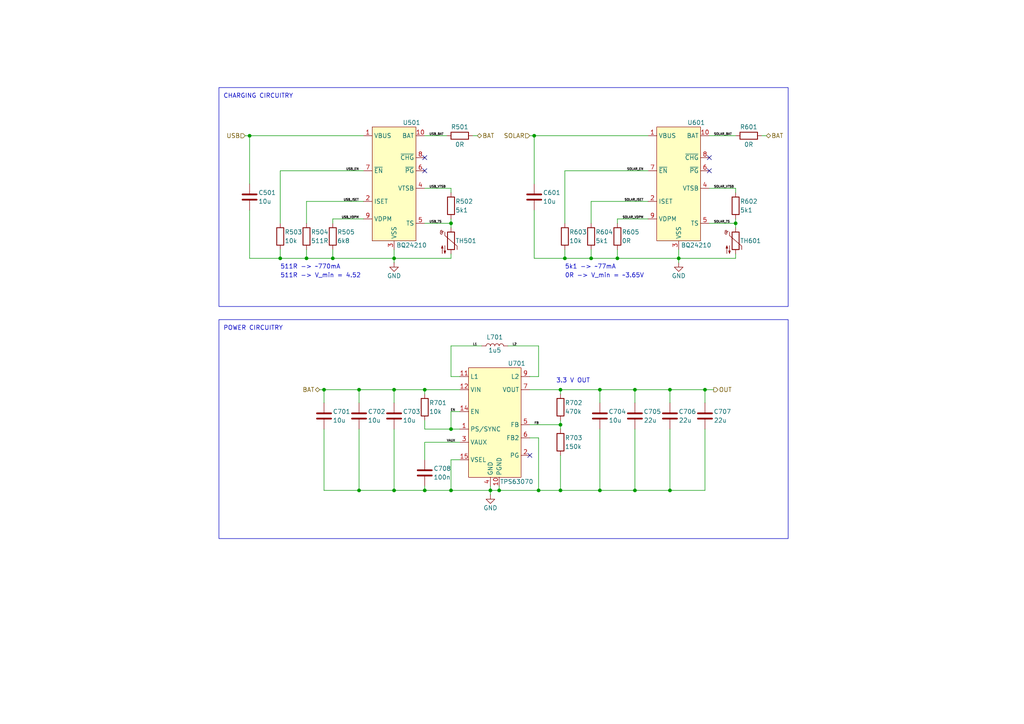
<source format=kicad_sch>
(kicad_sch
	(version 20231120)
	(generator "eeschema")
	(generator_version "8.0")
	(uuid "3cd4bab4-0516-4abe-af6a-e1d863be82f9")
	(paper "A4")
	(title_block
		(title "MarinaWatch")
		(rev "1.0")
		(company "Alfred Wrigfors")
		(comment 1 "https://github.com/alfred-wrigfors")
	)
	(lib_symbols
		(symbol "Device:C"
			(pin_numbers hide)
			(pin_names
				(offset 0.254)
			)
			(exclude_from_sim no)
			(in_bom yes)
			(on_board yes)
			(property "Reference" "C"
				(at 0.635 2.54 0)
				(effects
					(font
						(size 1.27 1.27)
					)
					(justify left)
				)
			)
			(property "Value" "C"
				(at 0.635 -2.54 0)
				(effects
					(font
						(size 1.27 1.27)
					)
					(justify left)
				)
			)
			(property "Footprint" ""
				(at 0.9652 -3.81 0)
				(effects
					(font
						(size 1.27 1.27)
					)
					(hide yes)
				)
			)
			(property "Datasheet" "~"
				(at 0 0 0)
				(effects
					(font
						(size 1.27 1.27)
					)
					(hide yes)
				)
			)
			(property "Description" "Unpolarized capacitor"
				(at 0 0 0)
				(effects
					(font
						(size 1.27 1.27)
					)
					(hide yes)
				)
			)
			(property "ki_keywords" "cap capacitor"
				(at 0 0 0)
				(effects
					(font
						(size 1.27 1.27)
					)
					(hide yes)
				)
			)
			(property "ki_fp_filters" "C_*"
				(at 0 0 0)
				(effects
					(font
						(size 1.27 1.27)
					)
					(hide yes)
				)
			)
			(symbol "C_0_1"
				(polyline
					(pts
						(xy -2.032 -0.762) (xy 2.032 -0.762)
					)
					(stroke
						(width 0.508)
						(type default)
					)
					(fill
						(type none)
					)
				)
				(polyline
					(pts
						(xy -2.032 0.762) (xy 2.032 0.762)
					)
					(stroke
						(width 0.508)
						(type default)
					)
					(fill
						(type none)
					)
				)
			)
			(symbol "C_1_1"
				(pin passive line
					(at 0 3.81 270)
					(length 2.794)
					(name "~"
						(effects
							(font
								(size 1.27 1.27)
							)
						)
					)
					(number "1"
						(effects
							(font
								(size 1.27 1.27)
							)
						)
					)
				)
				(pin passive line
					(at 0 -3.81 90)
					(length 2.794)
					(name "~"
						(effects
							(font
								(size 1.27 1.27)
							)
						)
					)
					(number "2"
						(effects
							(font
								(size 1.27 1.27)
							)
						)
					)
				)
			)
		)
		(symbol "Device:L"
			(pin_numbers hide)
			(pin_names
				(offset 1.016) hide)
			(exclude_from_sim no)
			(in_bom yes)
			(on_board yes)
			(property "Reference" "L"
				(at -1.27 0 90)
				(effects
					(font
						(size 1.27 1.27)
					)
				)
			)
			(property "Value" "L"
				(at 1.905 0 90)
				(effects
					(font
						(size 1.27 1.27)
					)
				)
			)
			(property "Footprint" ""
				(at 0 0 0)
				(effects
					(font
						(size 1.27 1.27)
					)
					(hide yes)
				)
			)
			(property "Datasheet" "~"
				(at 0 0 0)
				(effects
					(font
						(size 1.27 1.27)
					)
					(hide yes)
				)
			)
			(property "Description" "Inductor"
				(at 0 0 0)
				(effects
					(font
						(size 1.27 1.27)
					)
					(hide yes)
				)
			)
			(property "ki_keywords" "inductor choke coil reactor magnetic"
				(at 0 0 0)
				(effects
					(font
						(size 1.27 1.27)
					)
					(hide yes)
				)
			)
			(property "ki_fp_filters" "Choke_* *Coil* Inductor_* L_*"
				(at 0 0 0)
				(effects
					(font
						(size 1.27 1.27)
					)
					(hide yes)
				)
			)
			(symbol "L_0_1"
				(arc
					(start 0 -2.54)
					(mid 0.6323 -1.905)
					(end 0 -1.27)
					(stroke
						(width 0)
						(type default)
					)
					(fill
						(type none)
					)
				)
				(arc
					(start 0 -1.27)
					(mid 0.6323 -0.635)
					(end 0 0)
					(stroke
						(width 0)
						(type default)
					)
					(fill
						(type none)
					)
				)
				(arc
					(start 0 0)
					(mid 0.6323 0.635)
					(end 0 1.27)
					(stroke
						(width 0)
						(type default)
					)
					(fill
						(type none)
					)
				)
				(arc
					(start 0 1.27)
					(mid 0.6323 1.905)
					(end 0 2.54)
					(stroke
						(width 0)
						(type default)
					)
					(fill
						(type none)
					)
				)
			)
			(symbol "L_1_1"
				(pin passive line
					(at 0 3.81 270)
					(length 1.27)
					(name "1"
						(effects
							(font
								(size 1.27 1.27)
							)
						)
					)
					(number "1"
						(effects
							(font
								(size 1.27 1.27)
							)
						)
					)
				)
				(pin passive line
					(at 0 -3.81 90)
					(length 1.27)
					(name "2"
						(effects
							(font
								(size 1.27 1.27)
							)
						)
					)
					(number "2"
						(effects
							(font
								(size 1.27 1.27)
							)
						)
					)
				)
			)
		)
		(symbol "Device:R"
			(pin_numbers hide)
			(pin_names
				(offset 0)
			)
			(exclude_from_sim no)
			(in_bom yes)
			(on_board yes)
			(property "Reference" "R"
				(at 2.032 0 90)
				(effects
					(font
						(size 1.27 1.27)
					)
				)
			)
			(property "Value" "R"
				(at 0 0 90)
				(effects
					(font
						(size 1.27 1.27)
					)
				)
			)
			(property "Footprint" ""
				(at -1.778 0 90)
				(effects
					(font
						(size 1.27 1.27)
					)
					(hide yes)
				)
			)
			(property "Datasheet" "~"
				(at 0 0 0)
				(effects
					(font
						(size 1.27 1.27)
					)
					(hide yes)
				)
			)
			(property "Description" "Resistor"
				(at 0 0 0)
				(effects
					(font
						(size 1.27 1.27)
					)
					(hide yes)
				)
			)
			(property "ki_keywords" "R res resistor"
				(at 0 0 0)
				(effects
					(font
						(size 1.27 1.27)
					)
					(hide yes)
				)
			)
			(property "ki_fp_filters" "R_*"
				(at 0 0 0)
				(effects
					(font
						(size 1.27 1.27)
					)
					(hide yes)
				)
			)
			(symbol "R_0_1"
				(rectangle
					(start -1.016 -2.54)
					(end 1.016 2.54)
					(stroke
						(width 0.254)
						(type default)
					)
					(fill
						(type none)
					)
				)
			)
			(symbol "R_1_1"
				(pin passive line
					(at 0 3.81 270)
					(length 1.27)
					(name "~"
						(effects
							(font
								(size 1.27 1.27)
							)
						)
					)
					(number "1"
						(effects
							(font
								(size 1.27 1.27)
							)
						)
					)
				)
				(pin passive line
					(at 0 -3.81 90)
					(length 1.27)
					(name "~"
						(effects
							(font
								(size 1.27 1.27)
							)
						)
					)
					(number "2"
						(effects
							(font
								(size 1.27 1.27)
							)
						)
					)
				)
			)
		)
		(symbol "Device:Thermistor_NTC"
			(pin_numbers hide)
			(pin_names
				(offset 0)
			)
			(exclude_from_sim no)
			(in_bom yes)
			(on_board yes)
			(property "Reference" "TH"
				(at -4.445 0 90)
				(effects
					(font
						(size 1.27 1.27)
					)
				)
			)
			(property "Value" "Thermistor_NTC"
				(at 3.175 0 90)
				(effects
					(font
						(size 1.27 1.27)
					)
				)
			)
			(property "Footprint" ""
				(at 0 1.27 0)
				(effects
					(font
						(size 1.27 1.27)
					)
					(hide yes)
				)
			)
			(property "Datasheet" "~"
				(at 0 1.27 0)
				(effects
					(font
						(size 1.27 1.27)
					)
					(hide yes)
				)
			)
			(property "Description" "Temperature dependent resistor, negative temperature coefficient"
				(at 0 0 0)
				(effects
					(font
						(size 1.27 1.27)
					)
					(hide yes)
				)
			)
			(property "ki_keywords" "thermistor NTC resistor sensor RTD"
				(at 0 0 0)
				(effects
					(font
						(size 1.27 1.27)
					)
					(hide yes)
				)
			)
			(property "ki_fp_filters" "*NTC* *Thermistor* PIN?ARRAY* bornier* *Terminal?Block* R_*"
				(at 0 0 0)
				(effects
					(font
						(size 1.27 1.27)
					)
					(hide yes)
				)
			)
			(symbol "Thermistor_NTC_0_1"
				(arc
					(start -3.048 2.159)
					(mid -3.0495 2.3143)
					(end -3.175 2.413)
					(stroke
						(width 0)
						(type default)
					)
					(fill
						(type none)
					)
				)
				(arc
					(start -3.048 2.159)
					(mid -2.9736 1.9794)
					(end -2.794 1.905)
					(stroke
						(width 0)
						(type default)
					)
					(fill
						(type none)
					)
				)
				(arc
					(start -3.048 2.794)
					(mid -2.9736 2.6144)
					(end -2.794 2.54)
					(stroke
						(width 0)
						(type default)
					)
					(fill
						(type none)
					)
				)
				(arc
					(start -2.794 1.905)
					(mid -2.6144 1.9794)
					(end -2.54 2.159)
					(stroke
						(width 0)
						(type default)
					)
					(fill
						(type none)
					)
				)
				(arc
					(start -2.794 2.54)
					(mid -2.4393 2.5587)
					(end -2.159 2.794)
					(stroke
						(width 0)
						(type default)
					)
					(fill
						(type none)
					)
				)
				(arc
					(start -2.794 3.048)
					(mid -2.9736 2.9736)
					(end -3.048 2.794)
					(stroke
						(width 0)
						(type default)
					)
					(fill
						(type none)
					)
				)
				(arc
					(start -2.54 2.794)
					(mid -2.6144 2.9736)
					(end -2.794 3.048)
					(stroke
						(width 0)
						(type default)
					)
					(fill
						(type none)
					)
				)
				(rectangle
					(start -1.016 2.54)
					(end 1.016 -2.54)
					(stroke
						(width 0.254)
						(type default)
					)
					(fill
						(type none)
					)
				)
				(polyline
					(pts
						(xy -2.54 2.159) (xy -2.54 2.794)
					)
					(stroke
						(width 0)
						(type default)
					)
					(fill
						(type none)
					)
				)
				(polyline
					(pts
						(xy -1.778 2.54) (xy -1.778 1.524) (xy 1.778 -1.524) (xy 1.778 -2.54)
					)
					(stroke
						(width 0)
						(type default)
					)
					(fill
						(type none)
					)
				)
				(polyline
					(pts
						(xy -2.54 -3.683) (xy -2.54 -1.397) (xy -2.794 -2.159) (xy -2.286 -2.159) (xy -2.54 -1.397) (xy -2.54 -1.651)
					)
					(stroke
						(width 0)
						(type default)
					)
					(fill
						(type outline)
					)
				)
				(polyline
					(pts
						(xy -1.778 -1.397) (xy -1.778 -3.683) (xy -2.032 -2.921) (xy -1.524 -2.921) (xy -1.778 -3.683)
						(xy -1.778 -3.429)
					)
					(stroke
						(width 0)
						(type default)
					)
					(fill
						(type outline)
					)
				)
			)
			(symbol "Thermistor_NTC_1_1"
				(pin passive line
					(at 0 3.81 270)
					(length 1.27)
					(name "~"
						(effects
							(font
								(size 1.27 1.27)
							)
						)
					)
					(number "1"
						(effects
							(font
								(size 1.27 1.27)
							)
						)
					)
				)
				(pin passive line
					(at 0 -3.81 90)
					(length 1.27)
					(name "~"
						(effects
							(font
								(size 1.27 1.27)
							)
						)
					)
					(number "2"
						(effects
							(font
								(size 1.27 1.27)
							)
						)
					)
				)
			)
		)
		(symbol "KiCAD-LIB:BQ24210"
			(exclude_from_sim no)
			(in_bom yes)
			(on_board yes)
			(property "Reference" "U"
				(at 0 3.556 0)
				(effects
					(font
						(size 1.27 1.27)
					)
				)
			)
			(property "Value" "BQ24210"
				(at 4.826 -31.75 0)
				(effects
					(font
						(size 1.27 1.27)
					)
				)
			)
			(property "Footprint" "AlfredLib:WSON-10"
				(at -4.318 16.256 0)
				(effects
					(font
						(size 1.27 1.27)
					)
					(hide yes)
				)
			)
			(property "Datasheet" "https://www.ti.com/lit/ds/symlink/bq24210.pdf"
				(at -4.318 16.256 0)
				(effects
					(font
						(size 1.27 1.27)
					)
					(hide yes)
				)
			)
			(property "Description" "800-mA, Single-Input, Single-Cell Li-Ion Battery Solar Charger"
				(at -5.08 20.32 0)
				(effects
					(font
						(size 1.27 1.27)
					)
					(hide yes)
				)
			)
			(symbol "BQ24210_1_1"
				(rectangle
					(start -6.35 2.54)
					(end 6.35 -30.48)
					(stroke
						(width 0)
						(type default)
					)
					(fill
						(type background)
					)
				)
				(pin input line
					(at -8.89 0 0)
					(length 2.54)
					(name "VBUS"
						(effects
							(font
								(size 1.27 1.27)
							)
						)
					)
					(number "1"
						(effects
							(font
								(size 1.27 1.27)
							)
						)
					)
				)
				(pin input line
					(at 8.89 0 180)
					(length 2.54)
					(name "BAT"
						(effects
							(font
								(size 1.27 1.27)
							)
						)
					)
					(number "10"
						(effects
							(font
								(size 1.27 1.27)
							)
						)
					)
				)
				(pin input line
					(at -8.89 -19.05 0)
					(length 2.54)
					(name "ISET"
						(effects
							(font
								(size 1.27 1.27)
							)
						)
					)
					(number "2"
						(effects
							(font
								(size 1.27 1.27)
							)
						)
					)
				)
				(pin input line
					(at 0 -33.02 90)
					(length 2.54)
					(name "VSS"
						(effects
							(font
								(size 1.27 1.27)
							)
						)
					)
					(number "3"
						(effects
							(font
								(size 1.27 1.27)
							)
						)
					)
				)
				(pin input line
					(at 8.89 -15.24 180)
					(length 2.54)
					(name "VTSB"
						(effects
							(font
								(size 1.27 1.27)
							)
						)
					)
					(number "4"
						(effects
							(font
								(size 1.27 1.27)
							)
						)
					)
				)
				(pin input line
					(at 8.89 -25.4 180)
					(length 2.54)
					(name "TS"
						(effects
							(font
								(size 1.27 1.27)
							)
						)
					)
					(number "5"
						(effects
							(font
								(size 1.27 1.27)
							)
						)
					)
				)
				(pin input line
					(at 8.89 -10.16 180)
					(length 2.54)
					(name "~{PG}"
						(effects
							(font
								(size 1.27 1.27)
							)
						)
					)
					(number "6"
						(effects
							(font
								(size 1.27 1.27)
							)
						)
					)
				)
				(pin input line
					(at -8.89 -10.16 0)
					(length 2.54)
					(name "~{EN}"
						(effects
							(font
								(size 1.27 1.27)
							)
						)
					)
					(number "7"
						(effects
							(font
								(size 1.27 1.27)
							)
						)
					)
				)
				(pin input line
					(at 8.89 -6.35 180)
					(length 2.54)
					(name "~{CHG}"
						(effects
							(font
								(size 1.27 1.27)
							)
						)
					)
					(number "8"
						(effects
							(font
								(size 1.27 1.27)
							)
						)
					)
				)
				(pin input line
					(at -8.89 -24.13 0)
					(length 2.54)
					(name "VDPM"
						(effects
							(font
								(size 1.27 1.27)
							)
						)
					)
					(number "9"
						(effects
							(font
								(size 1.27 1.27)
							)
						)
					)
				)
			)
		)
		(symbol "KiCAD-LIB:TPS63070"
			(exclude_from_sim no)
			(in_bom yes)
			(on_board yes)
			(property "Reference" "U"
				(at 0 2.032 0)
				(effects
					(font
						(size 1.27 1.27)
					)
				)
			)
			(property "Value" "TPS63070"
				(at 6.35 -32.004 0)
				(effects
					(font
						(size 1.27 1.27)
					)
				)
			)
			(property "Footprint" "AlfredLib:VQFN-3.0x2.5"
				(at 2.032 4.572 0)
				(effects
					(font
						(size 1.27 1.27)
					)
					(hide yes)
				)
			)
			(property "Datasheet" "https://www.ti.com/lit/ds/symlink/tps63070.pdf?ts=1753209270614"
				(at 1.016 9.398 0)
				(effects
					(font
						(size 1.27 1.27)
					)
					(hide yes)
				)
			)
			(property "Description" "2-V to 16-V Buck-Boost Converter With 3.6-A Switch Current "
				(at -0.254 10.668 0)
				(effects
					(font
						(size 1.27 1.27)
					)
					(hide yes)
				)
			)
			(symbol "TPS63070_1_1"
				(rectangle
					(start -7.62 1.27)
					(end 7.62 -30.48)
					(stroke
						(width 0)
						(type default)
					)
					(fill
						(type background)
					)
				)
				(pin input line
					(at -10.16 -16.51 0)
					(length 2.54)
					(name "PS/SYNC"
						(effects
							(font
								(size 1.27 1.27)
							)
						)
					)
					(number "1"
						(effects
							(font
								(size 1.27 1.27)
							)
						)
					)
				)
				(pin input line
					(at 1.27 -33.02 90)
					(length 2.54)
					(name "PGND"
						(effects
							(font
								(size 1.27 1.27)
							)
						)
					)
					(number "10"
						(effects
							(font
								(size 1.27 1.27)
							)
						)
					)
				)
				(pin input line
					(at -10.16 -1.27 0)
					(length 2.54)
					(name "L1"
						(effects
							(font
								(size 1.27 1.27)
							)
						)
					)
					(number "11"
						(effects
							(font
								(size 1.27 1.27)
							)
						)
					)
				)
				(pin input line
					(at -10.16 -5.08 0)
					(length 2.54)
					(name "VIN"
						(effects
							(font
								(size 1.27 1.27)
							)
						)
					)
					(number "12"
						(effects
							(font
								(size 1.27 1.27)
							)
						)
					)
				)
				(pin input line
					(at -10.16 -5.08 0)
					(length 2.54) hide
					(name "VIN"
						(effects
							(font
								(size 1.27 1.27)
							)
						)
					)
					(number "13"
						(effects
							(font
								(size 1.27 1.27)
							)
						)
					)
				)
				(pin input line
					(at -10.16 -11.43 0)
					(length 2.54)
					(name "EN"
						(effects
							(font
								(size 1.27 1.27)
							)
						)
					)
					(number "14"
						(effects
							(font
								(size 1.27 1.27)
							)
						)
					)
				)
				(pin input line
					(at -10.16 -25.4 0)
					(length 2.54)
					(name "VSEL"
						(effects
							(font
								(size 1.27 1.27)
							)
						)
					)
					(number "15"
						(effects
							(font
								(size 1.27 1.27)
							)
						)
					)
				)
				(pin input line
					(at 10.16 -24.13 180)
					(length 2.54)
					(name "PG"
						(effects
							(font
								(size 1.27 1.27)
							)
						)
					)
					(number "2"
						(effects
							(font
								(size 1.27 1.27)
							)
						)
					)
				)
				(pin input line
					(at -10.16 -20.32 0)
					(length 2.54)
					(name "VAUX"
						(effects
							(font
								(size 1.27 1.27)
							)
						)
					)
					(number "3"
						(effects
							(font
								(size 1.27 1.27)
							)
						)
					)
				)
				(pin input line
					(at -1.27 -33.02 90)
					(length 2.54)
					(name "GND"
						(effects
							(font
								(size 1.27 1.27)
							)
						)
					)
					(number "4"
						(effects
							(font
								(size 1.27 1.27)
							)
						)
					)
				)
				(pin input line
					(at 10.16 -15.24 180)
					(length 2.54)
					(name "FB"
						(effects
							(font
								(size 1.27 1.27)
							)
						)
					)
					(number "5"
						(effects
							(font
								(size 1.27 1.27)
							)
						)
					)
				)
				(pin input line
					(at 10.16 -19.05 180)
					(length 2.54)
					(name "FB2"
						(effects
							(font
								(size 1.27 1.27)
							)
						)
					)
					(number "6"
						(effects
							(font
								(size 1.27 1.27)
							)
						)
					)
				)
				(pin input line
					(at 10.16 -5.08 180)
					(length 2.54)
					(name "VOUT"
						(effects
							(font
								(size 1.27 1.27)
							)
						)
					)
					(number "7"
						(effects
							(font
								(size 1.27 1.27)
							)
						)
					)
				)
				(pin input line
					(at 10.16 -5.08 180)
					(length 2.54) hide
					(name "VOUT"
						(effects
							(font
								(size 1.27 1.27)
							)
						)
					)
					(number "8"
						(effects
							(font
								(size 1.27 1.27)
							)
						)
					)
				)
				(pin input line
					(at 10.16 -1.27 180)
					(length 2.54)
					(name "L2"
						(effects
							(font
								(size 1.27 1.27)
							)
						)
					)
					(number "9"
						(effects
							(font
								(size 1.27 1.27)
							)
						)
					)
				)
			)
		)
		(symbol "power:GND"
			(power)
			(pin_numbers hide)
			(pin_names
				(offset 0) hide)
			(exclude_from_sim no)
			(in_bom yes)
			(on_board yes)
			(property "Reference" "#PWR"
				(at 0 -6.35 0)
				(effects
					(font
						(size 1.27 1.27)
					)
					(hide yes)
				)
			)
			(property "Value" "GND"
				(at 0 -3.81 0)
				(effects
					(font
						(size 1.27 1.27)
					)
				)
			)
			(property "Footprint" ""
				(at 0 0 0)
				(effects
					(font
						(size 1.27 1.27)
					)
					(hide yes)
				)
			)
			(property "Datasheet" ""
				(at 0 0 0)
				(effects
					(font
						(size 1.27 1.27)
					)
					(hide yes)
				)
			)
			(property "Description" "Power symbol creates a global label with name \"GND\" , ground"
				(at 0 0 0)
				(effects
					(font
						(size 1.27 1.27)
					)
					(hide yes)
				)
			)
			(property "ki_keywords" "global power"
				(at 0 0 0)
				(effects
					(font
						(size 1.27 1.27)
					)
					(hide yes)
				)
			)
			(symbol "GND_0_1"
				(polyline
					(pts
						(xy 0 0) (xy 0 -1.27) (xy 1.27 -1.27) (xy 0 -2.54) (xy -1.27 -1.27) (xy 0 -1.27)
					)
					(stroke
						(width 0)
						(type default)
					)
					(fill
						(type none)
					)
				)
			)
			(symbol "GND_1_1"
				(pin power_in line
					(at 0 0 270)
					(length 0)
					(name "~"
						(effects
							(font
								(size 1.27 1.27)
							)
						)
					)
					(number "1"
						(effects
							(font
								(size 1.27 1.27)
							)
						)
					)
				)
			)
		)
	)
	(junction
		(at 173.99 113.03)
		(diameter 0)
		(color 0 0 0 0)
		(uuid "02192d0a-fae4-48c7-9acb-02b01c46beea")
	)
	(junction
		(at 196.85 74.93)
		(diameter 0)
		(color 0 0 0 0)
		(uuid "0beebbdb-5f8c-4fb6-9ce7-a6f9070ec33e")
	)
	(junction
		(at 96.52 74.93)
		(diameter 0)
		(color 0 0 0 0)
		(uuid "0c1bfd91-36e3-4dda-8d99-911fc51fd5b8")
	)
	(junction
		(at 81.28 74.93)
		(diameter 0)
		(color 0 0 0 0)
		(uuid "11e67f57-ead9-49d0-a5d4-d14e31e38e36")
	)
	(junction
		(at 162.56 113.03)
		(diameter 0)
		(color 0 0 0 0)
		(uuid "12fb33ce-c2e1-4623-b22d-3e6650b62021")
	)
	(junction
		(at 194.31 113.03)
		(diameter 0)
		(color 0 0 0 0)
		(uuid "199d4b88-4844-43b9-8346-498baff3300f")
	)
	(junction
		(at 123.19 113.03)
		(diameter 0)
		(color 0 0 0 0)
		(uuid "23ff6f5b-f268-423b-a0f5-4af835046426")
	)
	(junction
		(at 213.36 64.77)
		(diameter 0)
		(color 0 0 0 0)
		(uuid "255cb430-f157-4a29-84db-d2f36e403fd3")
	)
	(junction
		(at 88.9 74.93)
		(diameter 0)
		(color 0 0 0 0)
		(uuid "34815080-d5f3-4870-b24d-5a98a46acc16")
	)
	(junction
		(at 154.94 39.37)
		(diameter 0)
		(color 0 0 0 0)
		(uuid "37c72493-2789-4254-887f-c7531a30aa08")
	)
	(junction
		(at 114.3 113.03)
		(diameter 0)
		(color 0 0 0 0)
		(uuid "3fa93daa-a114-489f-8a0e-d27769a81bcc")
	)
	(junction
		(at 173.99 142.24)
		(diameter 0)
		(color 0 0 0 0)
		(uuid "622d2f3e-ff68-4df6-833e-9daa396fff87")
	)
	(junction
		(at 114.3 142.24)
		(diameter 0)
		(color 0 0 0 0)
		(uuid "62e1407e-a2e3-482b-a27a-2db7d219f3a1")
	)
	(junction
		(at 72.39 39.37)
		(diameter 0)
		(color 0 0 0 0)
		(uuid "651dbb9e-6db8-457a-b6fb-65f3090dfa28")
	)
	(junction
		(at 144.78 142.24)
		(diameter 0)
		(color 0 0 0 0)
		(uuid "681ff4fe-dbc2-47e5-b27d-3ced72c6c7ed")
	)
	(junction
		(at 156.21 142.24)
		(diameter 0)
		(color 0 0 0 0)
		(uuid "688835e7-e1e6-44f6-af05-aaedc267cd03")
	)
	(junction
		(at 130.81 124.46)
		(diameter 0)
		(color 0 0 0 0)
		(uuid "7d03a115-6b82-4f46-b0f7-8555bac5f352")
	)
	(junction
		(at 123.19 142.24)
		(diameter 0)
		(color 0 0 0 0)
		(uuid "7d83ab27-3fa0-4aea-8a81-4e7f844ab663")
	)
	(junction
		(at 204.47 113.03)
		(diameter 0)
		(color 0 0 0 0)
		(uuid "9beb4b93-f25f-4664-b4ae-9b3ba68ff5d1")
	)
	(junction
		(at 184.15 113.03)
		(diameter 0)
		(color 0 0 0 0)
		(uuid "a33a8215-017c-42d3-8a29-639dd6576167")
	)
	(junction
		(at 114.3 74.93)
		(diameter 0)
		(color 0 0 0 0)
		(uuid "ade0b100-fe13-4c9f-a744-ae29e5b5cc07")
	)
	(junction
		(at 130.81 64.77)
		(diameter 0)
		(color 0 0 0 0)
		(uuid "b6bebe57-7074-468b-800e-93325de0a449")
	)
	(junction
		(at 104.14 142.24)
		(diameter 0)
		(color 0 0 0 0)
		(uuid "c7ab8268-d649-44de-a1de-103b4f3529dd")
	)
	(junction
		(at 142.24 142.24)
		(diameter 0)
		(color 0 0 0 0)
		(uuid "daba6933-4337-4238-86dd-0bdd30fab98d")
	)
	(junction
		(at 163.83 74.93)
		(diameter 0)
		(color 0 0 0 0)
		(uuid "e8d74f35-fb38-4521-a283-71b755ac36e1")
	)
	(junction
		(at 194.31 142.24)
		(diameter 0)
		(color 0 0 0 0)
		(uuid "ec4b6298-3978-4c73-ad0a-d20838ab4451")
	)
	(junction
		(at 184.15 142.24)
		(diameter 0)
		(color 0 0 0 0)
		(uuid "ee5113e5-9710-40e2-9d59-6ca763bea27c")
	)
	(junction
		(at 130.81 142.24)
		(diameter 0)
		(color 0 0 0 0)
		(uuid "ef8c28a7-de27-4942-9588-d356ccfa279f")
	)
	(junction
		(at 104.14 113.03)
		(diameter 0)
		(color 0 0 0 0)
		(uuid "f30ef063-40cc-4e97-9baf-60269e68edc8")
	)
	(junction
		(at 162.56 123.19)
		(diameter 0)
		(color 0 0 0 0)
		(uuid "f37877ef-a4c8-4e39-b091-6b6aa23bbd0f")
	)
	(junction
		(at 179.07 74.93)
		(diameter 0)
		(color 0 0 0 0)
		(uuid "f5099cd7-f49a-4c3c-8a82-eb1f83281050")
	)
	(junction
		(at 162.56 142.24)
		(diameter 0)
		(color 0 0 0 0)
		(uuid "fa03667d-da32-4924-9d76-637b3afd3563")
	)
	(junction
		(at 93.98 113.03)
		(diameter 0)
		(color 0 0 0 0)
		(uuid "fcb5a47c-f412-41f0-b93e-3640e0cbd1fe")
	)
	(junction
		(at 171.45 74.93)
		(diameter 0)
		(color 0 0 0 0)
		(uuid "ff6523ac-8295-4f71-b741-67a43a87c652")
	)
	(no_connect
		(at 123.19 49.53)
		(uuid "16d36016-b4a2-4b63-a8d7-b062fdf53a0d")
	)
	(no_connect
		(at 205.74 49.53)
		(uuid "6c45705d-07be-47a3-854a-18c57dbd5879")
	)
	(no_connect
		(at 153.67 132.08)
		(uuid "7097b6f2-4b84-4d3d-acd2-7cfd666e7a4f")
	)
	(no_connect
		(at 205.74 45.72)
		(uuid "a479b50c-2fed-4644-974f-cdaac859d6e7")
	)
	(no_connect
		(at 123.19 45.72)
		(uuid "c89c4744-ebbe-435b-a093-37f21b7caf6b")
	)
	(wire
		(pts
			(xy 96.52 74.93) (xy 114.3 74.93)
		)
		(stroke
			(width 0)
			(type default)
		)
		(uuid "01794b34-1ed9-4c66-a716-0456d8676534")
	)
	(wire
		(pts
			(xy 137.16 39.37) (xy 138.43 39.37)
		)
		(stroke
			(width 0)
			(type default)
		)
		(uuid "04d37cbf-802d-4429-968d-32ee79d953f6")
	)
	(wire
		(pts
			(xy 88.9 74.93) (xy 96.52 74.93)
		)
		(stroke
			(width 0)
			(type default)
		)
		(uuid "0712ce42-86fc-4d83-9047-96903e157ead")
	)
	(wire
		(pts
			(xy 204.47 113.03) (xy 207.01 113.03)
		)
		(stroke
			(width 0)
			(type default)
		)
		(uuid "0bb95444-e16f-41cb-8bbe-42f8209d0e22")
	)
	(wire
		(pts
			(xy 114.3 113.03) (xy 123.19 113.03)
		)
		(stroke
			(width 0)
			(type default)
		)
		(uuid "0fd6e350-c77e-440b-bf67-8682af498096")
	)
	(wire
		(pts
			(xy 196.85 74.93) (xy 213.36 74.93)
		)
		(stroke
			(width 0)
			(type default)
		)
		(uuid "1209b326-adbe-4927-ac9b-9581681753d5")
	)
	(wire
		(pts
			(xy 187.96 63.5) (xy 179.07 63.5)
		)
		(stroke
			(width 0)
			(type default)
		)
		(uuid "1cf75e1d-5ba3-4318-b223-917a58afd6cf")
	)
	(wire
		(pts
			(xy 154.94 39.37) (xy 154.94 53.34)
		)
		(stroke
			(width 0)
			(type default)
		)
		(uuid "20613d57-a8b8-476e-b1bb-03f4ba782414")
	)
	(wire
		(pts
			(xy 173.99 116.84) (xy 173.99 113.03)
		)
		(stroke
			(width 0)
			(type default)
		)
		(uuid "20b1ba79-d7c8-4471-8320-a7b2b31852e0")
	)
	(wire
		(pts
			(xy 96.52 72.39) (xy 96.52 74.93)
		)
		(stroke
			(width 0)
			(type default)
		)
		(uuid "2177cb2d-d406-40c7-8d22-5bc761762e53")
	)
	(wire
		(pts
			(xy 133.35 128.27) (xy 123.19 128.27)
		)
		(stroke
			(width 0)
			(type default)
		)
		(uuid "217ac03d-2eba-4f27-8ffc-559e8552e316")
	)
	(wire
		(pts
			(xy 184.15 124.46) (xy 184.15 142.24)
		)
		(stroke
			(width 0)
			(type default)
		)
		(uuid "24787097-286b-4a1c-86f0-b38fcbef16fc")
	)
	(wire
		(pts
			(xy 204.47 124.46) (xy 204.47 142.24)
		)
		(stroke
			(width 0)
			(type default)
		)
		(uuid "2acf0abe-b9d9-42da-98af-88240fd6c468")
	)
	(wire
		(pts
			(xy 163.83 49.53) (xy 187.96 49.53)
		)
		(stroke
			(width 0)
			(type default)
		)
		(uuid "2b317a5c-acb1-4bd8-ba83-4486029cec52")
	)
	(wire
		(pts
			(xy 162.56 113.03) (xy 173.99 113.03)
		)
		(stroke
			(width 0)
			(type default)
		)
		(uuid "2d7fadf4-e3ed-49e2-bbf0-a78d7a2c7e4d")
	)
	(wire
		(pts
			(xy 123.19 54.61) (xy 130.81 54.61)
		)
		(stroke
			(width 0)
			(type default)
		)
		(uuid "2fdb8776-06b1-4e9c-97da-bdbd0f13ee94")
	)
	(wire
		(pts
			(xy 130.81 142.24) (xy 142.24 142.24)
		)
		(stroke
			(width 0)
			(type default)
		)
		(uuid "30e4cb55-37f6-433c-9637-245693a4b576")
	)
	(wire
		(pts
			(xy 196.85 72.39) (xy 196.85 74.93)
		)
		(stroke
			(width 0)
			(type default)
		)
		(uuid "3187d650-85d5-4d4c-876e-bcc446c58e7e")
	)
	(wire
		(pts
			(xy 71.12 39.37) (xy 72.39 39.37)
		)
		(stroke
			(width 0)
			(type default)
		)
		(uuid "35123193-4cd2-46c5-80b1-9818338a99ee")
	)
	(wire
		(pts
			(xy 130.81 119.38) (xy 133.35 119.38)
		)
		(stroke
			(width 0)
			(type default)
		)
		(uuid "36afb40a-d186-4fc4-a239-b2eb86c1ed4a")
	)
	(wire
		(pts
			(xy 104.14 124.46) (xy 104.14 142.24)
		)
		(stroke
			(width 0)
			(type default)
		)
		(uuid "36ce1be8-9ced-4c7d-82cb-be77d999b192")
	)
	(wire
		(pts
			(xy 130.81 133.35) (xy 133.35 133.35)
		)
		(stroke
			(width 0)
			(type default)
		)
		(uuid "3873519f-373c-4c90-8403-4855edf55fdd")
	)
	(wire
		(pts
			(xy 72.39 60.96) (xy 72.39 74.93)
		)
		(stroke
			(width 0)
			(type default)
		)
		(uuid "3a9c998a-6e1b-4ef2-af0b-059880b69822")
	)
	(wire
		(pts
			(xy 187.96 39.37) (xy 154.94 39.37)
		)
		(stroke
			(width 0)
			(type default)
		)
		(uuid "3d307b6b-1f21-420b-b39e-8665f93cb254")
	)
	(wire
		(pts
			(xy 173.99 113.03) (xy 184.15 113.03)
		)
		(stroke
			(width 0)
			(type default)
		)
		(uuid "3e3b7ea4-3802-46f7-9c50-71c979a53eca")
	)
	(wire
		(pts
			(xy 162.56 132.08) (xy 162.56 142.24)
		)
		(stroke
			(width 0)
			(type default)
		)
		(uuid "40c6b240-4fc0-4784-8346-889d11c64da2")
	)
	(wire
		(pts
			(xy 130.81 54.61) (xy 130.81 55.88)
		)
		(stroke
			(width 0)
			(type default)
		)
		(uuid "4286b81d-c717-481e-9857-da62e55afcf9")
	)
	(wire
		(pts
			(xy 72.39 39.37) (xy 72.39 53.34)
		)
		(stroke
			(width 0)
			(type default)
		)
		(uuid "4371b720-b8b8-4bd1-a472-8e903905c9fd")
	)
	(wire
		(pts
			(xy 96.52 63.5) (xy 96.52 64.77)
		)
		(stroke
			(width 0)
			(type default)
		)
		(uuid "446e62b1-d435-4228-ad6b-d1f83b7d300d")
	)
	(wire
		(pts
			(xy 88.9 64.77) (xy 88.9 58.42)
		)
		(stroke
			(width 0)
			(type default)
		)
		(uuid "44dac0ec-ef7d-40bd-826f-d9a96d2d35d5")
	)
	(wire
		(pts
			(xy 162.56 113.03) (xy 162.56 114.3)
		)
		(stroke
			(width 0)
			(type default)
		)
		(uuid "45771c19-bdc9-403c-9092-909c4dd52e5d")
	)
	(wire
		(pts
			(xy 92.71 113.03) (xy 93.98 113.03)
		)
		(stroke
			(width 0)
			(type default)
		)
		(uuid "496498d2-a5da-41a6-b4af-5893b8a3de80")
	)
	(wire
		(pts
			(xy 162.56 121.92) (xy 162.56 123.19)
		)
		(stroke
			(width 0)
			(type default)
		)
		(uuid "4c4281a3-4d55-4ad7-9394-b93e3a888cd7")
	)
	(wire
		(pts
			(xy 204.47 116.84) (xy 204.47 113.03)
		)
		(stroke
			(width 0)
			(type default)
		)
		(uuid "4f811fb8-24ad-4f8d-a83d-2e53ac2bc9c9")
	)
	(wire
		(pts
			(xy 123.19 39.37) (xy 129.54 39.37)
		)
		(stroke
			(width 0)
			(type default)
		)
		(uuid "4fcfbf58-b622-4d4c-af92-1816e3c9e3a5")
	)
	(wire
		(pts
			(xy 130.81 64.77) (xy 130.81 63.5)
		)
		(stroke
			(width 0)
			(type default)
		)
		(uuid "5329a347-a988-4648-91b3-8c30f62b3a0f")
	)
	(wire
		(pts
			(xy 179.07 72.39) (xy 179.07 74.93)
		)
		(stroke
			(width 0)
			(type default)
		)
		(uuid "53427fdb-0243-4fa5-9d2b-c339d5712bd7")
	)
	(wire
		(pts
			(xy 184.15 142.24) (xy 194.31 142.24)
		)
		(stroke
			(width 0)
			(type default)
		)
		(uuid "53e80f19-78b0-45e8-b735-7432a37eb066")
	)
	(wire
		(pts
			(xy 173.99 142.24) (xy 184.15 142.24)
		)
		(stroke
			(width 0)
			(type default)
		)
		(uuid "54db7e18-d100-4afa-9f95-b6019f54ca50")
	)
	(wire
		(pts
			(xy 142.24 142.24) (xy 142.24 143.51)
		)
		(stroke
			(width 0)
			(type default)
		)
		(uuid "5686bb1f-4f97-414a-bda7-9b4a4e51f319")
	)
	(wire
		(pts
			(xy 104.14 113.03) (xy 114.3 113.03)
		)
		(stroke
			(width 0)
			(type default)
		)
		(uuid "5f6f431a-c464-4806-94ec-8b2b91b7856f")
	)
	(wire
		(pts
			(xy 114.3 74.93) (xy 114.3 76.2)
		)
		(stroke
			(width 0)
			(type default)
		)
		(uuid "60728c71-e3c4-4552-a078-89e7921f2329")
	)
	(wire
		(pts
			(xy 130.81 124.46) (xy 130.81 119.38)
		)
		(stroke
			(width 0)
			(type default)
		)
		(uuid "63cd4681-afc9-4504-90cf-68d89d9fa1ef")
	)
	(wire
		(pts
			(xy 88.9 72.39) (xy 88.9 74.93)
		)
		(stroke
			(width 0)
			(type default)
		)
		(uuid "670533a5-79a5-4aca-971d-d73f514150e8")
	)
	(wire
		(pts
			(xy 133.35 124.46) (xy 130.81 124.46)
		)
		(stroke
			(width 0)
			(type default)
		)
		(uuid "68478a9e-54ab-4282-9ea2-a9055e192404")
	)
	(wire
		(pts
			(xy 123.19 124.46) (xy 130.81 124.46)
		)
		(stroke
			(width 0)
			(type default)
		)
		(uuid "69a8ff17-6fcc-4d4c-bc2a-fd24e2732095")
	)
	(wire
		(pts
			(xy 179.07 74.93) (xy 196.85 74.93)
		)
		(stroke
			(width 0)
			(type default)
		)
		(uuid "6ec14d46-c26f-435c-802f-cb37c97a7b67")
	)
	(wire
		(pts
			(xy 154.94 60.96) (xy 154.94 74.93)
		)
		(stroke
			(width 0)
			(type default)
		)
		(uuid "7229449c-39da-42fc-8da7-7db09cfc184d")
	)
	(wire
		(pts
			(xy 130.81 109.22) (xy 130.81 100.33)
		)
		(stroke
			(width 0)
			(type default)
		)
		(uuid "78150f93-afd6-4a49-bea2-8d4acce4febb")
	)
	(wire
		(pts
			(xy 184.15 116.84) (xy 184.15 113.03)
		)
		(stroke
			(width 0)
			(type default)
		)
		(uuid "7bc3d754-b510-4a87-9158-b9138ef7f53c")
	)
	(wire
		(pts
			(xy 123.19 113.03) (xy 123.19 114.3)
		)
		(stroke
			(width 0)
			(type default)
		)
		(uuid "7bd0b542-e195-4257-b1fa-84cefb645b67")
	)
	(wire
		(pts
			(xy 114.3 124.46) (xy 114.3 142.24)
		)
		(stroke
			(width 0)
			(type default)
		)
		(uuid "805f22fd-2538-48b7-a39d-d529c5cac821")
	)
	(wire
		(pts
			(xy 205.74 39.37) (xy 213.36 39.37)
		)
		(stroke
			(width 0)
			(type default)
		)
		(uuid "8332ccb7-8d4b-406b-915d-f505a70b9e04")
	)
	(wire
		(pts
			(xy 220.98 39.37) (xy 222.25 39.37)
		)
		(stroke
			(width 0)
			(type default)
		)
		(uuid "833b955a-c699-484b-af7f-b7f60e97a5f8")
	)
	(wire
		(pts
			(xy 81.28 49.53) (xy 105.41 49.53)
		)
		(stroke
			(width 0)
			(type default)
		)
		(uuid "8604364a-0930-4d91-b676-6a00c3a3a4ef")
	)
	(wire
		(pts
			(xy 194.31 124.46) (xy 194.31 142.24)
		)
		(stroke
			(width 0)
			(type default)
		)
		(uuid "871ddd06-b909-4a1a-9256-9614cefeb70f")
	)
	(wire
		(pts
			(xy 123.19 64.77) (xy 130.81 64.77)
		)
		(stroke
			(width 0)
			(type default)
		)
		(uuid "87a7b952-9bda-4a52-8bab-76761b176e8d")
	)
	(wire
		(pts
			(xy 162.56 123.19) (xy 162.56 124.46)
		)
		(stroke
			(width 0)
			(type default)
		)
		(uuid "88637f35-daa6-4e70-967c-39e2785a14ce")
	)
	(wire
		(pts
			(xy 163.83 72.39) (xy 163.83 74.93)
		)
		(stroke
			(width 0)
			(type default)
		)
		(uuid "89d5caac-a7bd-4363-841b-8aa5a978fd83")
	)
	(wire
		(pts
			(xy 144.78 142.24) (xy 156.21 142.24)
		)
		(stroke
			(width 0)
			(type default)
		)
		(uuid "8aae9cba-f435-44c5-86f4-9a1c78dcf923")
	)
	(wire
		(pts
			(xy 213.36 64.77) (xy 213.36 66.04)
		)
		(stroke
			(width 0)
			(type default)
		)
		(uuid "8cc49bb1-93fa-4441-bf68-699252d05d3e")
	)
	(wire
		(pts
			(xy 213.36 54.61) (xy 213.36 55.88)
		)
		(stroke
			(width 0)
			(type default)
		)
		(uuid "93d40fdf-ee95-47a9-b5f6-c92cf064b0e6")
	)
	(wire
		(pts
			(xy 81.28 64.77) (xy 81.28 49.53)
		)
		(stroke
			(width 0)
			(type default)
		)
		(uuid "94af6b01-4b18-4848-b285-9d7399407c1c")
	)
	(wire
		(pts
			(xy 154.94 74.93) (xy 163.83 74.93)
		)
		(stroke
			(width 0)
			(type default)
		)
		(uuid "96ff13a0-effa-4217-904b-0d136186344e")
	)
	(wire
		(pts
			(xy 81.28 72.39) (xy 81.28 74.93)
		)
		(stroke
			(width 0)
			(type default)
		)
		(uuid "988cf9ed-8599-423a-bd04-fd07755e16ca")
	)
	(wire
		(pts
			(xy 93.98 113.03) (xy 104.14 113.03)
		)
		(stroke
			(width 0)
			(type default)
		)
		(uuid "9b43925a-388b-41a5-a21f-16f7487851ba")
	)
	(wire
		(pts
			(xy 171.45 64.77) (xy 171.45 58.42)
		)
		(stroke
			(width 0)
			(type default)
		)
		(uuid "9d22f42c-47a4-4e47-bab0-10bbdd5c8c0e")
	)
	(wire
		(pts
			(xy 105.41 63.5) (xy 96.52 63.5)
		)
		(stroke
			(width 0)
			(type default)
		)
		(uuid "9f58f5b8-4d92-4e35-b2f0-15b7b65ad9f7")
	)
	(wire
		(pts
			(xy 147.32 100.33) (xy 156.21 100.33)
		)
		(stroke
			(width 0)
			(type default)
		)
		(uuid "a008463f-084c-4764-aed9-8f7e05627a63")
	)
	(wire
		(pts
			(xy 213.36 74.93) (xy 213.36 73.66)
		)
		(stroke
			(width 0)
			(type default)
		)
		(uuid "a083b908-ff0f-4807-8425-0f934521541d")
	)
	(wire
		(pts
			(xy 156.21 142.24) (xy 162.56 142.24)
		)
		(stroke
			(width 0)
			(type default)
		)
		(uuid "a1661fa1-355a-4162-b7cc-32fa271b6644")
	)
	(wire
		(pts
			(xy 156.21 109.22) (xy 156.21 100.33)
		)
		(stroke
			(width 0)
			(type default)
		)
		(uuid "a1cbbd66-964f-43ba-bc10-73ac30408547")
	)
	(wire
		(pts
			(xy 104.14 116.84) (xy 104.14 113.03)
		)
		(stroke
			(width 0)
			(type default)
		)
		(uuid "a2173452-8022-4f11-b08e-f16e308fbcae")
	)
	(wire
		(pts
			(xy 194.31 116.84) (xy 194.31 113.03)
		)
		(stroke
			(width 0)
			(type default)
		)
		(uuid "a3425dae-01a5-423d-801e-c364567d8f33")
	)
	(wire
		(pts
			(xy 153.67 127) (xy 156.21 127)
		)
		(stroke
			(width 0)
			(type default)
		)
		(uuid "a89045eb-6dc8-4b19-bbd6-6d3961c8ceab")
	)
	(wire
		(pts
			(xy 162.56 142.24) (xy 173.99 142.24)
		)
		(stroke
			(width 0)
			(type default)
		)
		(uuid "aaf920bd-a9d2-4032-afcb-fba5416937e8")
	)
	(wire
		(pts
			(xy 130.81 100.33) (xy 139.7 100.33)
		)
		(stroke
			(width 0)
			(type default)
		)
		(uuid "af2cb432-ce3e-49a0-b52f-02a9193187c0")
	)
	(wire
		(pts
			(xy 194.31 142.24) (xy 204.47 142.24)
		)
		(stroke
			(width 0)
			(type default)
		)
		(uuid "afeeb15b-dcea-4f0f-ae81-8236c9716e7d")
	)
	(wire
		(pts
			(xy 153.67 113.03) (xy 162.56 113.03)
		)
		(stroke
			(width 0)
			(type default)
		)
		(uuid "b0601c4c-17d7-4d93-a9f8-65f062875ffb")
	)
	(wire
		(pts
			(xy 213.36 64.77) (xy 213.36 63.5)
		)
		(stroke
			(width 0)
			(type default)
		)
		(uuid "b1137eed-5e7a-4e40-a466-7c1d81018793")
	)
	(wire
		(pts
			(xy 123.19 113.03) (xy 133.35 113.03)
		)
		(stroke
			(width 0)
			(type default)
		)
		(uuid "b19ed8d2-ae6e-49d2-898a-4b7d7e62cf4c")
	)
	(wire
		(pts
			(xy 123.19 128.27) (xy 123.19 133.35)
		)
		(stroke
			(width 0)
			(type default)
		)
		(uuid "b2021b9c-133f-4f91-bfe9-6425f309e4a3")
	)
	(wire
		(pts
			(xy 81.28 74.93) (xy 88.9 74.93)
		)
		(stroke
			(width 0)
			(type default)
		)
		(uuid "b40f08cc-da79-4dfb-8b1a-80c6f4e53498")
	)
	(wire
		(pts
			(xy 114.3 74.93) (xy 130.81 74.93)
		)
		(stroke
			(width 0)
			(type default)
		)
		(uuid "b40f5434-3842-432e-a2ef-5587200a723b")
	)
	(wire
		(pts
			(xy 123.19 121.92) (xy 123.19 124.46)
		)
		(stroke
			(width 0)
			(type default)
		)
		(uuid "b4efd67d-e76f-4d97-92f8-f7658b33d585")
	)
	(wire
		(pts
			(xy 153.67 109.22) (xy 156.21 109.22)
		)
		(stroke
			(width 0)
			(type default)
		)
		(uuid "b7c41123-fcac-4794-896c-6dc043ddd122")
	)
	(wire
		(pts
			(xy 205.74 64.77) (xy 213.36 64.77)
		)
		(stroke
			(width 0)
			(type default)
		)
		(uuid "ba2ac23b-86a4-4bbd-a8f9-a1847d3f82a8")
	)
	(wire
		(pts
			(xy 123.19 140.97) (xy 123.19 142.24)
		)
		(stroke
			(width 0)
			(type default)
		)
		(uuid "baa06a97-5c2f-421c-a120-09cf7748a1d7")
	)
	(wire
		(pts
			(xy 104.14 142.24) (xy 114.3 142.24)
		)
		(stroke
			(width 0)
			(type default)
		)
		(uuid "be3d38d8-a895-459a-9056-797076ec7f5f")
	)
	(wire
		(pts
			(xy 114.3 113.03) (xy 114.3 116.84)
		)
		(stroke
			(width 0)
			(type default)
		)
		(uuid "be71fccb-71c1-4cdc-94c8-4dc53ac022e7")
	)
	(wire
		(pts
			(xy 114.3 72.39) (xy 114.3 74.93)
		)
		(stroke
			(width 0)
			(type default)
		)
		(uuid "c78dbc89-7773-43a4-8b69-fce619808073")
	)
	(wire
		(pts
			(xy 114.3 142.24) (xy 123.19 142.24)
		)
		(stroke
			(width 0)
			(type default)
		)
		(uuid "c93eff3c-7e07-4df9-9d64-973fd7816b68")
	)
	(wire
		(pts
			(xy 179.07 63.5) (xy 179.07 64.77)
		)
		(stroke
			(width 0)
			(type default)
		)
		(uuid "d0486d60-9be5-46e0-a133-b8058850eeff")
	)
	(wire
		(pts
			(xy 153.67 123.19) (xy 162.56 123.19)
		)
		(stroke
			(width 0)
			(type default)
		)
		(uuid "d33b9fe2-e6bb-4964-80c8-f201466322b8")
	)
	(wire
		(pts
			(xy 196.85 74.93) (xy 196.85 76.2)
		)
		(stroke
			(width 0)
			(type default)
		)
		(uuid "d39a94ac-e7c0-499a-a1e3-2ce0fd646f77")
	)
	(wire
		(pts
			(xy 142.24 142.24) (xy 142.24 140.97)
		)
		(stroke
			(width 0)
			(type default)
		)
		(uuid "d3b9356a-4b78-4393-91bb-34b7d71f2b15")
	)
	(wire
		(pts
			(xy 144.78 140.97) (xy 144.78 142.24)
		)
		(stroke
			(width 0)
			(type default)
		)
		(uuid "d3df69a0-e8cb-4cc4-a156-ded258a3f067")
	)
	(wire
		(pts
			(xy 173.99 124.46) (xy 173.99 142.24)
		)
		(stroke
			(width 0)
			(type default)
		)
		(uuid "d5fca0f6-2419-4826-9aee-b0a695c87874")
	)
	(wire
		(pts
			(xy 93.98 124.46) (xy 93.98 142.24)
		)
		(stroke
			(width 0)
			(type default)
		)
		(uuid "d6ae082e-df3f-48e9-b5c1-0bf980585468")
	)
	(wire
		(pts
			(xy 105.41 39.37) (xy 72.39 39.37)
		)
		(stroke
			(width 0)
			(type default)
		)
		(uuid "d7a20301-073c-49b6-9dde-67862132d3d2")
	)
	(wire
		(pts
			(xy 194.31 113.03) (xy 204.47 113.03)
		)
		(stroke
			(width 0)
			(type default)
		)
		(uuid "e1411f75-7e4b-4855-99d0-41418dc46cd1")
	)
	(wire
		(pts
			(xy 171.45 74.93) (xy 179.07 74.93)
		)
		(stroke
			(width 0)
			(type default)
		)
		(uuid "e33f59d4-88a2-4756-af56-a419b5fb62db")
	)
	(wire
		(pts
			(xy 72.39 74.93) (xy 81.28 74.93)
		)
		(stroke
			(width 0)
			(type default)
		)
		(uuid "e3982978-9ec8-4e79-90d3-339a8be05cc6")
	)
	(wire
		(pts
			(xy 130.81 133.35) (xy 130.81 142.24)
		)
		(stroke
			(width 0)
			(type default)
		)
		(uuid "e3c183a8-3014-44ff-b2a0-28f1362c823b")
	)
	(wire
		(pts
			(xy 163.83 74.93) (xy 171.45 74.93)
		)
		(stroke
			(width 0)
			(type default)
		)
		(uuid "e54a9626-b2a8-408c-8a6b-baf38a222aa6")
	)
	(wire
		(pts
			(xy 133.35 109.22) (xy 130.81 109.22)
		)
		(stroke
			(width 0)
			(type default)
		)
		(uuid "e57d5e01-652d-4611-a0c0-39cda3c15d28")
	)
	(wire
		(pts
			(xy 123.19 142.24) (xy 130.81 142.24)
		)
		(stroke
			(width 0)
			(type default)
		)
		(uuid "e87b9cba-9e21-4f7f-83a3-682e56887fdb")
	)
	(wire
		(pts
			(xy 88.9 58.42) (xy 105.41 58.42)
		)
		(stroke
			(width 0)
			(type default)
		)
		(uuid "e99ae8ef-43bd-4114-a7ec-d824d27fff35")
	)
	(wire
		(pts
			(xy 153.67 39.37) (xy 154.94 39.37)
		)
		(stroke
			(width 0)
			(type default)
		)
		(uuid "ec01a166-692e-4962-ac59-5464b9a53eb0")
	)
	(wire
		(pts
			(xy 93.98 116.84) (xy 93.98 113.03)
		)
		(stroke
			(width 0)
			(type default)
		)
		(uuid "f0435f33-5462-4e50-a305-076401a80b20")
	)
	(wire
		(pts
			(xy 130.81 64.77) (xy 130.81 66.04)
		)
		(stroke
			(width 0)
			(type default)
		)
		(uuid "f27222fc-a4d2-4545-bc11-7736eceec8e5")
	)
	(wire
		(pts
			(xy 163.83 64.77) (xy 163.83 49.53)
		)
		(stroke
			(width 0)
			(type default)
		)
		(uuid "f4989c96-71da-464d-b7fb-fc5ba4d436a6")
	)
	(wire
		(pts
			(xy 171.45 72.39) (xy 171.45 74.93)
		)
		(stroke
			(width 0)
			(type default)
		)
		(uuid "f5954c56-ea78-4c50-a7bf-8086c2f53153")
	)
	(wire
		(pts
			(xy 205.74 54.61) (xy 213.36 54.61)
		)
		(stroke
			(width 0)
			(type default)
		)
		(uuid "f63e1977-3880-4109-8ce2-23a2185196e7")
	)
	(wire
		(pts
			(xy 130.81 74.93) (xy 130.81 73.66)
		)
		(stroke
			(width 0)
			(type default)
		)
		(uuid "f87fe73a-adc9-4ce5-9bb4-39d3ad722aea")
	)
	(wire
		(pts
			(xy 93.98 142.24) (xy 104.14 142.24)
		)
		(stroke
			(width 0)
			(type default)
		)
		(uuid "f8904fc5-fc17-41db-b3d5-662d927a227a")
	)
	(wire
		(pts
			(xy 142.24 142.24) (xy 144.78 142.24)
		)
		(stroke
			(width 0)
			(type default)
		)
		(uuid "fa80f496-133f-401a-bcd1-da8b56402745")
	)
	(wire
		(pts
			(xy 156.21 127) (xy 156.21 142.24)
		)
		(stroke
			(width 0)
			(type default)
		)
		(uuid "fa8370d1-4007-4f54-893c-a97e5338b3cf")
	)
	(wire
		(pts
			(xy 184.15 113.03) (xy 194.31 113.03)
		)
		(stroke
			(width 0)
			(type default)
		)
		(uuid "fbd70654-f14c-4acd-9899-ecfa43e56a18")
	)
	(wire
		(pts
			(xy 171.45 58.42) (xy 187.96 58.42)
		)
		(stroke
			(width 0)
			(type default)
		)
		(uuid "fbe06c6e-c6fa-46db-bf6b-e9d0243f1efd")
	)
	(rectangle
		(start 63.5 92.71)
		(end 228.6 156.21)
		(stroke
			(width 0)
			(type default)
		)
		(fill
			(type none)
		)
		(uuid 74a84efd-25a7-4c7a-963e-a4194e88fe75)
	)
	(rectangle
		(start 63.5 25.4)
		(end 228.6 88.9)
		(stroke
			(width 0)
			(type default)
		)
		(fill
			(type none)
		)
		(uuid d7434fab-c871-472f-9401-936d78fd2201)
	)
	(text "3.3 V OUT"
		(exclude_from_sim no)
		(at 161.29 110.49 0)
		(effects
			(font
				(size 1.27 1.27)
			)
			(justify left)
		)
		(uuid "0be12a4d-84d8-47d5-9381-50377da959d4")
	)
	(text "CHARGING CIRCUITRY"
		(exclude_from_sim no)
		(at 64.77 27.94 0)
		(effects
			(font
				(size 1.27 1.27)
			)
			(justify left)
		)
		(uuid "182d6fb4-fd1e-4f72-93fe-f8d828a437ab")
	)
	(text "511R -> ~770mA"
		(exclude_from_sim no)
		(at 81.28 77.47 0)
		(effects
			(font
				(size 1.27 1.27)
			)
			(justify left)
		)
		(uuid "412d0156-eb65-40de-8b01-8c01440aba9f")
	)
	(text "POWER CIRCUITRY"
		(exclude_from_sim no)
		(at 64.77 95.25 0)
		(effects
			(font
				(size 1.27 1.27)
			)
			(justify left)
		)
		(uuid "a76cc762-e9a2-4512-b135-bd45ceaad19a")
	)
	(text "0R -> V_min = ~3.65V"
		(exclude_from_sim no)
		(at 163.83 80.01 0)
		(effects
			(font
				(size 1.27 1.27)
			)
			(justify left)
		)
		(uuid "b5988d88-7bf7-4251-934e-555ee693fa86")
	)
	(text "511R -> V_min = 4.52"
		(exclude_from_sim no)
		(at 81.28 80.01 0)
		(effects
			(font
				(size 1.27 1.27)
			)
			(justify left)
		)
		(uuid "d5b2872f-f2a5-4e38-8c35-ac759a55dc71")
	)
	(text "5k1 -> ~77mA"
		(exclude_from_sim no)
		(at 163.83 77.47 0)
		(effects
			(font
				(size 1.27 1.27)
			)
			(justify left)
		)
		(uuid "d8b2fae2-de65-401c-ae7e-eb1962ca4750")
	)
	(label "USB_VDPM"
		(at 104.14 63.5 180)
		(fields_autoplaced yes)
		(effects
			(font
				(size 0.635 0.635)
			)
			(justify right bottom)
		)
		(uuid "0910e2f1-f5f1-4c59-9698-6c07c2d84827")
	)
	(label "SOLAR_TS"
		(at 207.01 64.77 0)
		(fields_autoplaced yes)
		(effects
			(font
				(size 0.635 0.635)
			)
			(justify left bottom)
		)
		(uuid "230bdc1e-d633-43c2-a320-c28093b1d8f2")
	)
	(label "USB_BAT"
		(at 124.46 39.37 0)
		(fields_autoplaced yes)
		(effects
			(font
				(size 0.635 0.635)
			)
			(justify left bottom)
		)
		(uuid "2af56d99-dbde-4053-90e9-9894d0613d65")
	)
	(label "VAUX"
		(at 132.08 128.27 180)
		(fields_autoplaced yes)
		(effects
			(font
				(size 0.635 0.635)
			)
			(justify right bottom)
		)
		(uuid "42c19bc8-9070-46c3-b9cf-61033bb41ca2")
	)
	(label "USB_ISET"
		(at 104.14 58.42 180)
		(fields_autoplaced yes)
		(effects
			(font
				(size 0.635 0.635)
			)
			(justify right bottom)
		)
		(uuid "5541cb49-4714-4903-83b6-3eb45d24a302")
	)
	(label "SOLAR_ISET"
		(at 186.69 58.42 180)
		(fields_autoplaced yes)
		(effects
			(font
				(size 0.635 0.635)
			)
			(justify right bottom)
		)
		(uuid "57a99572-b41f-4445-bba0-bc4d37f89a7d")
	)
	(label "SOLAR_EN"
		(at 186.69 49.53 180)
		(fields_autoplaced yes)
		(effects
			(font
				(size 0.635 0.635)
			)
			(justify right bottom)
		)
		(uuid "6ed20afe-3a37-418d-92be-1a6527a3b14a")
	)
	(label "EN"
		(at 132.08 119.38 180)
		(fields_autoplaced yes)
		(effects
			(font
				(size 0.635 0.635)
			)
			(justify right bottom)
		)
		(uuid "7300cb79-9658-430b-bcac-2a43b134073f")
	)
	(label "USB_TS"
		(at 124.46 64.77 0)
		(fields_autoplaced yes)
		(effects
			(font
				(size 0.635 0.635)
			)
			(justify left bottom)
		)
		(uuid "747831a1-0595-4c7b-bb02-8f74787431fd")
	)
	(label "FB"
		(at 154.94 123.19 0)
		(fields_autoplaced yes)
		(effects
			(font
				(size 0.635 0.635)
			)
			(justify left bottom)
		)
		(uuid "74aa7a39-5fce-4d9a-b3b8-a0a855aba7fa")
	)
	(label "SOLAR_BAT"
		(at 207.01 39.37 0)
		(fields_autoplaced yes)
		(effects
			(font
				(size 0.635 0.635)
			)
			(justify left bottom)
		)
		(uuid "86c03ed0-3dc0-49b7-b5ef-ae4788a6a2bc")
	)
	(label "L1"
		(at 138.43 100.33 180)
		(fields_autoplaced yes)
		(effects
			(font
				(size 0.635 0.635)
			)
			(justify right bottom)
		)
		(uuid "b88d30dc-035f-4aa8-9486-d42748644977")
	)
	(label "L2"
		(at 148.59 100.33 0)
		(fields_autoplaced yes)
		(effects
			(font
				(size 0.635 0.635)
			)
			(justify left bottom)
		)
		(uuid "d2265e41-5107-4f19-921d-36b7fb6020a5")
	)
	(label "USB_VTSB"
		(at 124.46 54.61 0)
		(fields_autoplaced yes)
		(effects
			(font
				(size 0.635 0.635)
			)
			(justify left bottom)
		)
		(uuid "d7beb97b-3348-4799-add7-e0a7d191c0f1")
	)
	(label "USB_EN"
		(at 104.14 49.53 180)
		(fields_autoplaced yes)
		(effects
			(font
				(size 0.635 0.635)
			)
			(justify right bottom)
		)
		(uuid "e5c8cd28-da42-42ee-8b91-a2ec5a5ac827")
	)
	(label "SOLAR_VDPM"
		(at 186.69 63.5 180)
		(fields_autoplaced yes)
		(effects
			(font
				(size 0.635 0.635)
			)
			(justify right bottom)
		)
		(uuid "f95c0f3f-2e8b-4323-8cf8-a3dc4ebdc63c")
	)
	(label "SOLAR_VTSB"
		(at 207.01 54.61 0)
		(fields_autoplaced yes)
		(effects
			(font
				(size 0.635 0.635)
			)
			(justify left bottom)
		)
		(uuid "fcd23b18-d0b4-4a43-a34e-7c575bbf8d52")
	)
	(hierarchical_label "BAT"
		(shape bidirectional)
		(at 92.71 113.03 180)
		(fields_autoplaced yes)
		(effects
			(font
				(size 1.27 1.27)
			)
			(justify right)
		)
		(uuid "6db593d9-4823-47d9-b7db-899ef0a39f5b")
	)
	(hierarchical_label "BAT"
		(shape bidirectional)
		(at 222.25 39.37 0)
		(fields_autoplaced yes)
		(effects
			(font
				(size 1.27 1.27)
			)
			(justify left)
		)
		(uuid "808c561f-42d2-422c-bed8-91b75ed8e429")
	)
	(hierarchical_label "SOLAR"
		(shape input)
		(at 153.67 39.37 180)
		(fields_autoplaced yes)
		(effects
			(font
				(size 1.27 1.27)
			)
			(justify right)
		)
		(uuid "94788365-36c6-440c-8c34-0d14f33c8aa1")
	)
	(hierarchical_label "USB"
		(shape input)
		(at 71.12 39.37 180)
		(fields_autoplaced yes)
		(effects
			(font
				(size 1.27 1.27)
			)
			(justify right)
		)
		(uuid "b384fe86-1496-4689-94c8-b473465c26cc")
	)
	(hierarchical_label "OUT"
		(shape output)
		(at 207.01 113.03 0)
		(fields_autoplaced yes)
		(effects
			(font
				(size 1.27 1.27)
			)
			(justify left)
		)
		(uuid "d13336c2-d79b-46c6-8bff-4305afd3c411")
	)
	(hierarchical_label "BAT"
		(shape bidirectional)
		(at 138.43 39.37 0)
		(fields_autoplaced yes)
		(effects
			(font
				(size 1.27 1.27)
			)
			(justify left)
		)
		(uuid "d25561cd-2122-4171-8a05-ba99b6b09038")
	)
	(symbol
		(lib_id "Device:R")
		(at 123.19 118.11 0)
		(unit 1)
		(exclude_from_sim no)
		(in_bom yes)
		(on_board yes)
		(dnp no)
		(uuid "0640fea9-176c-4fe3-b532-4b3964ce2858")
		(property "Reference" "R701"
			(at 124.46 116.84 0)
			(effects
				(font
					(size 1.27 1.27)
				)
				(justify left)
			)
		)
		(property "Value" "10k"
			(at 124.46 119.38 0)
			(effects
				(font
					(size 1.27 1.27)
				)
				(justify left)
			)
		)
		(property "Footprint" "Resistor_SMD:R_0603_1608Metric_Pad0.98x0.95mm_HandSolder"
			(at 121.412 118.11 90)
			(effects
				(font
					(size 1.27 1.27)
				)
				(hide yes)
			)
		)
		(property "Datasheet" "~"
			(at 123.19 118.11 0)
			(effects
				(font
					(size 1.27 1.27)
				)
				(hide yes)
			)
		)
		(property "Description" "Resistor"
			(at 123.19 118.11 0)
			(effects
				(font
					(size 1.27 1.27)
				)
				(hide yes)
			)
		)
		(pin "2"
			(uuid "516c543a-ea65-488c-af7c-9dbe7c96660e")
		)
		(pin "1"
			(uuid "f198b366-04b8-4649-9e1b-d795d110712c")
		)
		(instances
			(project "MarinaWatch"
				(path "/6e9d61f8-6668-48dd-9aac-9d74200f2082/7af314a9-8f4b-48ba-869d-994953486d54"
					(reference "R701")
					(unit 1)
				)
			)
		)
	)
	(symbol
		(lib_id "Device:R")
		(at 133.35 39.37 90)
		(unit 1)
		(exclude_from_sim no)
		(in_bom yes)
		(on_board yes)
		(dnp no)
		(uuid "082c713d-f657-4287-87e9-75ee77490022")
		(property "Reference" "R501"
			(at 133.35 36.83 90)
			(effects
				(font
					(size 1.27 1.27)
				)
			)
		)
		(property "Value" "0R"
			(at 133.35 41.91 90)
			(effects
				(font
					(size 1.27 1.27)
				)
			)
		)
		(property "Footprint" "Resistor_SMD:R_0603_1608Metric_Pad0.98x0.95mm_HandSolder"
			(at 133.35 41.148 90)
			(effects
				(font
					(size 1.27 1.27)
				)
				(hide yes)
			)
		)
		(property "Datasheet" "~"
			(at 133.35 39.37 0)
			(effects
				(font
					(size 1.27 1.27)
				)
				(hide yes)
			)
		)
		(property "Description" "Resistor"
			(at 133.35 39.37 0)
			(effects
				(font
					(size 1.27 1.27)
				)
				(hide yes)
			)
		)
		(pin "2"
			(uuid "8c781ac9-4c47-4240-bae5-3a68333ba80f")
		)
		(pin "1"
			(uuid "7a72e4bf-4271-429f-86c9-179f3fbb0f9d")
		)
		(instances
			(project "MarinaWatch"
				(path "/6e9d61f8-6668-48dd-9aac-9d74200f2082/7af314a9-8f4b-48ba-869d-994953486d54"
					(reference "R501")
					(unit 1)
				)
			)
		)
	)
	(symbol
		(lib_id "Device:R")
		(at 171.45 68.58 0)
		(unit 1)
		(exclude_from_sim no)
		(in_bom yes)
		(on_board yes)
		(dnp no)
		(uuid "0e35b470-a12e-4024-a1c6-555c3b6f3c5b")
		(property "Reference" "R604"
			(at 172.72 67.31 0)
			(effects
				(font
					(size 1.27 1.27)
				)
				(justify left)
			)
		)
		(property "Value" "5k1"
			(at 172.72 69.85 0)
			(effects
				(font
					(size 1.27 1.27)
				)
				(justify left)
			)
		)
		(property "Footprint" "Resistor_SMD:R_0603_1608Metric_Pad0.98x0.95mm_HandSolder"
			(at 169.672 68.58 90)
			(effects
				(font
					(size 1.27 1.27)
				)
				(hide yes)
			)
		)
		(property "Datasheet" "~"
			(at 171.45 68.58 0)
			(effects
				(font
					(size 1.27 1.27)
				)
				(hide yes)
			)
		)
		(property "Description" "Resistor"
			(at 171.45 68.58 0)
			(effects
				(font
					(size 1.27 1.27)
				)
				(hide yes)
			)
		)
		(pin "2"
			(uuid "dca40ead-8358-4434-937b-2cf41616ab37")
		)
		(pin "1"
			(uuid "49a0bc8b-abaa-41e4-98ec-219cc95f19d5")
		)
		(instances
			(project "MarinaWatch"
				(path "/6e9d61f8-6668-48dd-9aac-9d74200f2082/7af314a9-8f4b-48ba-869d-994953486d54"
					(reference "R604")
					(unit 1)
				)
			)
		)
	)
	(symbol
		(lib_id "Device:C")
		(at 104.14 120.65 0)
		(unit 1)
		(exclude_from_sim no)
		(in_bom yes)
		(on_board yes)
		(dnp no)
		(uuid "1727d772-886c-497c-9045-c36c04bc9c5d")
		(property "Reference" "C702"
			(at 106.68 119.38 0)
			(effects
				(font
					(size 1.27 1.27)
				)
				(justify left)
			)
		)
		(property "Value" "10u"
			(at 106.68 121.92 0)
			(effects
				(font
					(size 1.27 1.27)
				)
				(justify left)
			)
		)
		(property "Footprint" "Capacitor_SMD:C_0603_1608Metric_Pad1.08x0.95mm_HandSolder"
			(at 105.1052 124.46 0)
			(effects
				(font
					(size 1.27 1.27)
				)
				(hide yes)
			)
		)
		(property "Datasheet" "~"
			(at 104.14 120.65 0)
			(effects
				(font
					(size 1.27 1.27)
				)
				(hide yes)
			)
		)
		(property "Description" "Unpolarized capacitor"
			(at 104.14 120.65 0)
			(effects
				(font
					(size 1.27 1.27)
				)
				(hide yes)
			)
		)
		(pin "2"
			(uuid "cbea5e38-f78d-43db-9554-2f821ebd2af2")
		)
		(pin "1"
			(uuid "727321a0-be32-4e21-8ca0-bbb09ef59f42")
		)
		(instances
			(project "MarinaWatch"
				(path "/6e9d61f8-6668-48dd-9aac-9d74200f2082/7af314a9-8f4b-48ba-869d-994953486d54"
					(reference "C702")
					(unit 1)
				)
			)
		)
	)
	(symbol
		(lib_id "Device:R")
		(at 96.52 68.58 0)
		(unit 1)
		(exclude_from_sim no)
		(in_bom yes)
		(on_board yes)
		(dnp no)
		(uuid "26986012-c89b-4bf4-b138-ed4ab3a7e254")
		(property "Reference" "R505"
			(at 97.79 67.31 0)
			(effects
				(font
					(size 1.27 1.27)
				)
				(justify left)
			)
		)
		(property "Value" "6k8"
			(at 97.79 69.85 0)
			(effects
				(font
					(size 1.27 1.27)
				)
				(justify left)
			)
		)
		(property "Footprint" "Resistor_SMD:R_0603_1608Metric_Pad0.98x0.95mm_HandSolder"
			(at 94.742 68.58 90)
			(effects
				(font
					(size 1.27 1.27)
				)
				(hide yes)
			)
		)
		(property "Datasheet" "~"
			(at 96.52 68.58 0)
			(effects
				(font
					(size 1.27 1.27)
				)
				(hide yes)
			)
		)
		(property "Description" "Resistor"
			(at 96.52 68.58 0)
			(effects
				(font
					(size 1.27 1.27)
				)
				(hide yes)
			)
		)
		(pin "2"
			(uuid "f7606179-7b1b-4426-bacb-afc4ce401de5")
		)
		(pin "1"
			(uuid "4dcf5ce2-5519-4fbf-94e9-6463ba003b80")
		)
		(instances
			(project "MarinaWatch"
				(path "/6e9d61f8-6668-48dd-9aac-9d74200f2082/7af314a9-8f4b-48ba-869d-994953486d54"
					(reference "R505")
					(unit 1)
				)
			)
		)
	)
	(symbol
		(lib_id "KiCAD-LIB:BQ24210")
		(at 196.85 39.37 0)
		(unit 1)
		(exclude_from_sim no)
		(in_bom yes)
		(on_board yes)
		(dnp no)
		(uuid "2920d30d-cbb1-4914-b5b7-157505332849")
		(property "Reference" "U601"
			(at 201.93 35.56 0)
			(effects
				(font
					(size 1.27 1.27)
				)
			)
		)
		(property "Value" "BQ24210"
			(at 201.93 71.12 0)
			(effects
				(font
					(size 1.27 1.27)
				)
			)
		)
		(property "Footprint" "AlfredLib:WSON-10"
			(at 192.532 23.114 0)
			(effects
				(font
					(size 1.27 1.27)
				)
				(hide yes)
			)
		)
		(property "Datasheet" "https://www.ti.com/lit/ds/symlink/bq24210.pdf"
			(at 192.532 23.114 0)
			(effects
				(font
					(size 1.27 1.27)
				)
				(hide yes)
			)
		)
		(property "Description" "800-mA, Single-Input, Single-Cell Li-Ion Battery Solar Charger"
			(at 191.77 19.05 0)
			(effects
				(font
					(size 1.27 1.27)
				)
				(hide yes)
			)
		)
		(pin "9"
			(uuid "217187f2-7a69-4e05-9625-4b471da0a228")
		)
		(pin "1"
			(uuid "8cc54ef8-77ff-46b4-ae3b-9781624a2b97")
		)
		(pin "4"
			(uuid "fe65d795-5631-49f0-bf3d-f387eff117d4")
		)
		(pin "2"
			(uuid "44232c2f-d58f-40a8-80b0-1adc83d8f530")
		)
		(pin "7"
			(uuid "efbbeba5-e4fb-485a-bc80-a1b46cd5fa0c")
		)
		(pin "5"
			(uuid "20e41f5d-585c-4b23-81b1-23e1cfc37492")
		)
		(pin "6"
			(uuid "55f44ebd-6459-48d6-9e3d-79a1c341ea1f")
		)
		(pin "10"
			(uuid "710ea642-d661-41c0-ab88-f6bbada96bed")
		)
		(pin "3"
			(uuid "f00bc264-3029-44c9-9acb-de56e661e979")
		)
		(pin "8"
			(uuid "ecdc4276-2c73-4977-8330-07f3437ca574")
		)
		(instances
			(project "MarinaWatch"
				(path "/6e9d61f8-6668-48dd-9aac-9d74200f2082/7af314a9-8f4b-48ba-869d-994953486d54"
					(reference "U601")
					(unit 1)
				)
			)
		)
	)
	(symbol
		(lib_id "KiCAD-LIB:TPS63070")
		(at 143.51 107.95 0)
		(unit 1)
		(exclude_from_sim no)
		(in_bom yes)
		(on_board yes)
		(dnp no)
		(uuid "2a82fc9f-50f6-49e7-8721-c4d7d5617963")
		(property "Reference" "U701"
			(at 149.86 105.41 0)
			(effects
				(font
					(size 1.27 1.27)
				)
			)
		)
		(property "Value" "TPS63070"
			(at 149.86 139.7 0)
			(effects
				(font
					(size 1.27 1.27)
				)
			)
		)
		(property "Footprint" "AlfredLib:VQFN-3.0x2.5"
			(at 145.542 103.378 0)
			(effects
				(font
					(size 1.27 1.27)
				)
				(hide yes)
			)
		)
		(property "Datasheet" "https://www.ti.com/lit/ds/symlink/tps63070.pdf?ts=1753209270614"
			(at 144.526 98.552 0)
			(effects
				(font
					(size 1.27 1.27)
				)
				(hide yes)
			)
		)
		(property "Description" "2-V to 16-V Buck-Boost Converter With 3.6-A Switch Current "
			(at 143.256 97.282 0)
			(effects
				(font
					(size 1.27 1.27)
				)
				(hide yes)
			)
		)
		(pin "10"
			(uuid "eb82dc48-0e5b-4cdb-a1ed-c9f3cb2f73c6")
		)
		(pin "8"
			(uuid "4d961d41-7a6b-43cf-8751-5fc31c254c43")
		)
		(pin "12"
			(uuid "d15e833b-a199-4fa8-b359-b479eaf9de3e")
		)
		(pin "2"
			(uuid "2e1b0818-ff20-48c9-b18c-a14e09ad7544")
		)
		(pin "7"
			(uuid "71e32ac3-8fd3-41ca-b753-32f984786e45")
		)
		(pin "9"
			(uuid "7b7050dd-f5f3-44b4-9ded-6c54450b975f")
		)
		(pin "4"
			(uuid "550e5194-a25d-4ed9-8118-307d56513206")
		)
		(pin "5"
			(uuid "9ad22b70-03ed-4ccc-976b-46f300572cf8")
		)
		(pin "11"
			(uuid "7281f3c2-98a7-4608-8e99-09f62727ed2e")
		)
		(pin "1"
			(uuid "a3bca37e-19af-4bfb-90e0-19836804acfb")
		)
		(pin "6"
			(uuid "62a5e4b5-3b7d-4b5e-8905-ae8fb6930cce")
		)
		(pin "3"
			(uuid "d41c1629-6fa4-45ff-8cf8-717e1a27b9b0")
		)
		(pin "14"
			(uuid "f4265c5f-5080-4f08-9048-9c56af27718c")
		)
		(pin "15"
			(uuid "fec17437-5342-4fa9-a8b8-676a30385bc4")
		)
		(pin "13"
			(uuid "53acc5d4-047a-4c42-b5e6-1fc74d812913")
		)
		(instances
			(project "MarinaWatch"
				(path "/6e9d61f8-6668-48dd-9aac-9d74200f2082/7af314a9-8f4b-48ba-869d-994953486d54"
					(reference "U701")
					(unit 1)
				)
			)
		)
	)
	(symbol
		(lib_id "Device:Thermistor_NTC")
		(at 213.36 69.85 0)
		(unit 1)
		(exclude_from_sim no)
		(in_bom yes)
		(on_board yes)
		(dnp no)
		(uuid "2ba96b2b-989a-48a9-bba2-135284f1e6d1")
		(property "Reference" "TH601"
			(at 214.63 69.85 0)
			(effects
				(font
					(size 1.27 1.27)
				)
				(justify left)
			)
		)
		(property "Value" "Thermistor_NTC"
			(at 215.9 71.4374 0)
			(effects
				(font
					(size 1.27 1.27)
				)
				(justify left)
				(hide yes)
			)
		)
		(property "Footprint" ""
			(at 213.36 68.58 0)
			(effects
				(font
					(size 1.27 1.27)
				)
				(hide yes)
			)
		)
		(property "Datasheet" "~"
			(at 213.36 68.58 0)
			(effects
				(font
					(size 1.27 1.27)
				)
				(hide yes)
			)
		)
		(property "Description" "Temperature dependent resistor, negative temperature coefficient"
			(at 213.36 69.85 0)
			(effects
				(font
					(size 1.27 1.27)
				)
				(hide yes)
			)
		)
		(pin "2"
			(uuid "4d3900b6-2a5b-488a-a092-97d589936045")
		)
		(pin "1"
			(uuid "4a38c3d4-c5db-4459-bb61-636a8f5ad075")
		)
		(instances
			(project "MarinaWatch"
				(path "/6e9d61f8-6668-48dd-9aac-9d74200f2082/7af314a9-8f4b-48ba-869d-994953486d54"
					(reference "TH601")
					(unit 1)
				)
			)
		)
	)
	(symbol
		(lib_id "Device:R")
		(at 162.56 118.11 0)
		(unit 1)
		(exclude_from_sim no)
		(in_bom yes)
		(on_board yes)
		(dnp no)
		(uuid "3524ea42-42c0-4d00-9a47-095e5ba37f54")
		(property "Reference" "R702"
			(at 163.83 116.84 0)
			(effects
				(font
					(size 1.27 1.27)
				)
				(justify left)
			)
		)
		(property "Value" "470k"
			(at 163.83 119.38 0)
			(effects
				(font
					(size 1.27 1.27)
				)
				(justify left)
			)
		)
		(property "Footprint" "Resistor_SMD:R_0603_1608Metric_Pad0.98x0.95mm_HandSolder"
			(at 160.782 118.11 90)
			(effects
				(font
					(size 1.27 1.27)
				)
				(hide yes)
			)
		)
		(property "Datasheet" "~"
			(at 162.56 118.11 0)
			(effects
				(font
					(size 1.27 1.27)
				)
				(hide yes)
			)
		)
		(property "Description" "Resistor"
			(at 162.56 118.11 0)
			(effects
				(font
					(size 1.27 1.27)
				)
				(hide yes)
			)
		)
		(pin "2"
			(uuid "6f596997-26b1-48b0-918d-3bae6ec032c1")
		)
		(pin "1"
			(uuid "e1a42ddb-83b2-455b-a36e-c584f0ed81c0")
		)
		(instances
			(project "MarinaWatch"
				(path "/6e9d61f8-6668-48dd-9aac-9d74200f2082/7af314a9-8f4b-48ba-869d-994953486d54"
					(reference "R702")
					(unit 1)
				)
			)
		)
	)
	(symbol
		(lib_id "Device:L")
		(at 143.51 100.33 90)
		(unit 1)
		(exclude_from_sim no)
		(in_bom yes)
		(on_board yes)
		(dnp no)
		(uuid "353c5fc4-9c5e-4f29-b3e7-48396ca28d15")
		(property "Reference" "L701"
			(at 143.51 97.79 90)
			(effects
				(font
					(size 1.27 1.27)
				)
			)
		)
		(property "Value" "1u5"
			(at 143.51 101.6 90)
			(effects
				(font
					(size 1.27 1.27)
				)
			)
		)
		(property "Footprint" "Inductor_SMD_Wurth:L_Wurth_WE-LQSH-2010"
			(at 143.51 100.33 0)
			(effects
				(font
					(size 1.27 1.27)
				)
				(hide yes)
			)
		)
		(property "Datasheet" "~"
			(at 143.51 100.33 0)
			(effects
				(font
					(size 1.27 1.27)
				)
				(hide yes)
			)
		)
		(property "Description" "Inductor"
			(at 143.51 100.33 0)
			(effects
				(font
					(size 1.27 1.27)
				)
				(hide yes)
			)
		)
		(pin "2"
			(uuid "7dbbc5c1-04ef-41f7-8eb4-f79d0ca09d46")
		)
		(pin "1"
			(uuid "56878d6d-d8c7-4559-96b4-42e26fa2672c")
		)
		(instances
			(project "MarinaWatch"
				(path "/6e9d61f8-6668-48dd-9aac-9d74200f2082/7af314a9-8f4b-48ba-869d-994953486d54"
					(reference "L701")
					(unit 1)
				)
			)
		)
	)
	(symbol
		(lib_id "power:GND")
		(at 142.24 143.51 0)
		(unit 1)
		(exclude_from_sim no)
		(in_bom yes)
		(on_board yes)
		(dnp no)
		(uuid "4166719b-5aab-49c6-8e2d-8b4f1cecd470")
		(property "Reference" "#PWR0136"
			(at 142.24 149.86 0)
			(effects
				(font
					(size 1.27 1.27)
				)
				(hide yes)
			)
		)
		(property "Value" "GND"
			(at 142.24 147.32 0)
			(effects
				(font
					(size 1.27 1.27)
				)
			)
		)
		(property "Footprint" ""
			(at 142.24 143.51 0)
			(effects
				(font
					(size 1.27 1.27)
				)
				(hide yes)
			)
		)
		(property "Datasheet" ""
			(at 142.24 143.51 0)
			(effects
				(font
					(size 1.27 1.27)
				)
				(hide yes)
			)
		)
		(property "Description" "Power symbol creates a global label with name \"GND\" , ground"
			(at 142.24 143.51 0)
			(effects
				(font
					(size 1.27 1.27)
				)
				(hide yes)
			)
		)
		(pin "1"
			(uuid "de94e497-12b3-4fcf-b810-a77ee2ec7fdd")
		)
		(instances
			(project "MarinaWatch"
				(path "/6e9d61f8-6668-48dd-9aac-9d74200f2082/7af314a9-8f4b-48ba-869d-994953486d54"
					(reference "#PWR0136")
					(unit 1)
				)
			)
		)
	)
	(symbol
		(lib_id "Device:R")
		(at 162.56 128.27 0)
		(unit 1)
		(exclude_from_sim no)
		(in_bom yes)
		(on_board yes)
		(dnp no)
		(uuid "47faa8c2-4d69-46fc-8a79-c3ac53e5c94a")
		(property "Reference" "R703"
			(at 163.83 127 0)
			(effects
				(font
					(size 1.27 1.27)
				)
				(justify left)
			)
		)
		(property "Value" "150k"
			(at 163.83 129.54 0)
			(effects
				(font
					(size 1.27 1.27)
				)
				(justify left)
			)
		)
		(property "Footprint" "Resistor_SMD:R_0603_1608Metric_Pad0.98x0.95mm_HandSolder"
			(at 160.782 128.27 90)
			(effects
				(font
					(size 1.27 1.27)
				)
				(hide yes)
			)
		)
		(property "Datasheet" "~"
			(at 162.56 128.27 0)
			(effects
				(font
					(size 1.27 1.27)
				)
				(hide yes)
			)
		)
		(property "Description" "Resistor"
			(at 162.56 128.27 0)
			(effects
				(font
					(size 1.27 1.27)
				)
				(hide yes)
			)
		)
		(pin "2"
			(uuid "a584770d-bcac-4c7e-8d6b-7d8a0b272636")
		)
		(pin "1"
			(uuid "e641b435-75e0-4e7a-8bea-55b7c755bfca")
		)
		(instances
			(project "MarinaWatch"
				(path "/6e9d61f8-6668-48dd-9aac-9d74200f2082/7af314a9-8f4b-48ba-869d-994953486d54"
					(reference "R703")
					(unit 1)
				)
			)
		)
	)
	(symbol
		(lib_id "Device:C")
		(at 154.94 57.15 0)
		(unit 1)
		(exclude_from_sim no)
		(in_bom yes)
		(on_board yes)
		(dnp no)
		(uuid "4b3f73e9-d7f1-4b80-aee4-b713cb12d124")
		(property "Reference" "C601"
			(at 157.48 55.88 0)
			(effects
				(font
					(size 1.27 1.27)
				)
				(justify left)
			)
		)
		(property "Value" "10u"
			(at 157.48 58.42 0)
			(effects
				(font
					(size 1.27 1.27)
				)
				(justify left)
			)
		)
		(property "Footprint" "Capacitor_SMD:C_0603_1608Metric_Pad1.08x0.95mm_HandSolder"
			(at 155.9052 60.96 0)
			(effects
				(font
					(size 1.27 1.27)
				)
				(hide yes)
			)
		)
		(property "Datasheet" "~"
			(at 154.94 57.15 0)
			(effects
				(font
					(size 1.27 1.27)
				)
				(hide yes)
			)
		)
		(property "Description" "Unpolarized capacitor"
			(at 154.94 57.15 0)
			(effects
				(font
					(size 1.27 1.27)
				)
				(hide yes)
			)
		)
		(pin "2"
			(uuid "3eea2b51-bfdb-422e-a070-359c531e1142")
		)
		(pin "1"
			(uuid "a95ed999-08b3-44ae-82db-751e90296759")
		)
		(instances
			(project "MarinaWatch"
				(path "/6e9d61f8-6668-48dd-9aac-9d74200f2082/7af314a9-8f4b-48ba-869d-994953486d54"
					(reference "C601")
					(unit 1)
				)
			)
		)
	)
	(symbol
		(lib_id "Device:R")
		(at 179.07 68.58 0)
		(unit 1)
		(exclude_from_sim no)
		(in_bom yes)
		(on_board yes)
		(dnp no)
		(uuid "69bfbd38-362a-4166-9394-4236ee0fbdda")
		(property "Reference" "R605"
			(at 180.34 67.31 0)
			(effects
				(font
					(size 1.27 1.27)
				)
				(justify left)
			)
		)
		(property "Value" "0R"
			(at 180.34 69.85 0)
			(effects
				(font
					(size 1.27 1.27)
				)
				(justify left)
			)
		)
		(property "Footprint" "Resistor_SMD:R_0603_1608Metric_Pad0.98x0.95mm_HandSolder"
			(at 177.292 68.58 90)
			(effects
				(font
					(size 1.27 1.27)
				)
				(hide yes)
			)
		)
		(property "Datasheet" "~"
			(at 179.07 68.58 0)
			(effects
				(font
					(size 1.27 1.27)
				)
				(hide yes)
			)
		)
		(property "Description" "Resistor"
			(at 179.07 68.58 0)
			(effects
				(font
					(size 1.27 1.27)
				)
				(hide yes)
			)
		)
		(pin "2"
			(uuid "4f9e8003-9b65-4aa7-b0e9-f8c1375d2eca")
		)
		(pin "1"
			(uuid "481f3f9f-adad-4938-97b2-cf8bb7623e38")
		)
		(instances
			(project "MarinaWatch"
				(path "/6e9d61f8-6668-48dd-9aac-9d74200f2082/7af314a9-8f4b-48ba-869d-994953486d54"
					(reference "R605")
					(unit 1)
				)
			)
		)
	)
	(symbol
		(lib_id "Device:C")
		(at 72.39 57.15 0)
		(unit 1)
		(exclude_from_sim no)
		(in_bom yes)
		(on_board yes)
		(dnp no)
		(uuid "6a48f70a-b8d8-442c-bc27-732da2a496e5")
		(property "Reference" "C501"
			(at 74.93 55.88 0)
			(effects
				(font
					(size 1.27 1.27)
				)
				(justify left)
			)
		)
		(property "Value" "10u"
			(at 74.93 58.42 0)
			(effects
				(font
					(size 1.27 1.27)
				)
				(justify left)
			)
		)
		(property "Footprint" "Capacitor_SMD:C_0603_1608Metric_Pad1.08x0.95mm_HandSolder"
			(at 73.3552 60.96 0)
			(effects
				(font
					(size 1.27 1.27)
				)
				(hide yes)
			)
		)
		(property "Datasheet" "~"
			(at 72.39 57.15 0)
			(effects
				(font
					(size 1.27 1.27)
				)
				(hide yes)
			)
		)
		(property "Description" "Unpolarized capacitor"
			(at 72.39 57.15 0)
			(effects
				(font
					(size 1.27 1.27)
				)
				(hide yes)
			)
		)
		(pin "2"
			(uuid "8d49d4e3-dfeb-4dcf-ba98-259fbd34d50e")
		)
		(pin "1"
			(uuid "3a51f1ea-9a14-4c15-8593-446e210b4b9d")
		)
		(instances
			(project "MarinaWatch"
				(path "/6e9d61f8-6668-48dd-9aac-9d74200f2082/7af314a9-8f4b-48ba-869d-994953486d54"
					(reference "C501")
					(unit 1)
				)
			)
		)
	)
	(symbol
		(lib_id "Device:C")
		(at 184.15 120.65 0)
		(mirror y)
		(unit 1)
		(exclude_from_sim no)
		(in_bom yes)
		(on_board yes)
		(dnp no)
		(uuid "8d8a5e79-af10-48fb-acc5-1939b38c2f92")
		(property "Reference" "C705"
			(at 191.77 119.38 0)
			(effects
				(font
					(size 1.27 1.27)
				)
				(justify left)
			)
		)
		(property "Value" "22u"
			(at 190.5 121.92 0)
			(effects
				(font
					(size 1.27 1.27)
				)
				(justify left)
			)
		)
		(property "Footprint" "Capacitor_SMD:C_0603_1608Metric_Pad1.08x0.95mm_HandSolder"
			(at 183.1848 124.46 0)
			(effects
				(font
					(size 1.27 1.27)
				)
				(hide yes)
			)
		)
		(property "Datasheet" "~"
			(at 184.15 120.65 0)
			(effects
				(font
					(size 1.27 1.27)
				)
				(hide yes)
			)
		)
		(property "Description" "Unpolarized capacitor"
			(at 184.15 120.65 0)
			(effects
				(font
					(size 1.27 1.27)
				)
				(hide yes)
			)
		)
		(pin "2"
			(uuid "224faaaf-b3d8-4836-bf3a-6c0dfe502546")
		)
		(pin "1"
			(uuid "b13b958f-9819-432f-a837-a4e2ce7a92cf")
		)
		(instances
			(project "MarinaWatch"
				(path "/6e9d61f8-6668-48dd-9aac-9d74200f2082/7af314a9-8f4b-48ba-869d-994953486d54"
					(reference "C705")
					(unit 1)
				)
			)
		)
	)
	(symbol
		(lib_id "Device:R")
		(at 213.36 59.69 0)
		(unit 1)
		(exclude_from_sim no)
		(in_bom yes)
		(on_board yes)
		(dnp no)
		(uuid "92098a6b-eeaf-4952-9d36-b6bba335bcd6")
		(property "Reference" "R602"
			(at 214.63 58.42 0)
			(effects
				(font
					(size 1.27 1.27)
				)
				(justify left)
			)
		)
		(property "Value" "5k1"
			(at 214.63 60.96 0)
			(effects
				(font
					(size 1.27 1.27)
				)
				(justify left)
			)
		)
		(property "Footprint" "Resistor_SMD:R_0603_1608Metric_Pad0.98x0.95mm_HandSolder"
			(at 211.582 59.69 90)
			(effects
				(font
					(size 1.27 1.27)
				)
				(hide yes)
			)
		)
		(property "Datasheet" "~"
			(at 213.36 59.69 0)
			(effects
				(font
					(size 1.27 1.27)
				)
				(hide yes)
			)
		)
		(property "Description" "Resistor"
			(at 213.36 59.69 0)
			(effects
				(font
					(size 1.27 1.27)
				)
				(hide yes)
			)
		)
		(pin "2"
			(uuid "4b7696da-30ae-4fdb-8c1b-93df510ed714")
		)
		(pin "1"
			(uuid "16ce3ee3-cb76-4125-8be5-edf1525bd1a9")
		)
		(instances
			(project "MarinaWatch"
				(path "/6e9d61f8-6668-48dd-9aac-9d74200f2082/7af314a9-8f4b-48ba-869d-994953486d54"
					(reference "R602")
					(unit 1)
				)
			)
		)
	)
	(symbol
		(lib_id "Device:C")
		(at 93.98 120.65 0)
		(unit 1)
		(exclude_from_sim no)
		(in_bom yes)
		(on_board yes)
		(dnp no)
		(uuid "9dc2aa0c-d303-435a-8d8e-28c242be351b")
		(property "Reference" "C701"
			(at 96.52 119.38 0)
			(effects
				(font
					(size 1.27 1.27)
				)
				(justify left)
			)
		)
		(property "Value" "10u"
			(at 96.52 121.92 0)
			(effects
				(font
					(size 1.27 1.27)
				)
				(justify left)
			)
		)
		(property "Footprint" "Capacitor_SMD:C_0603_1608Metric_Pad1.08x0.95mm_HandSolder"
			(at 94.9452 124.46 0)
			(effects
				(font
					(size 1.27 1.27)
				)
				(hide yes)
			)
		)
		(property "Datasheet" "~"
			(at 93.98 120.65 0)
			(effects
				(font
					(size 1.27 1.27)
				)
				(hide yes)
			)
		)
		(property "Description" "Unpolarized capacitor"
			(at 93.98 120.65 0)
			(effects
				(font
					(size 1.27 1.27)
				)
				(hide yes)
			)
		)
		(pin "2"
			(uuid "0a86187f-6e8f-48da-96ce-7ec582738dbe")
		)
		(pin "1"
			(uuid "0c737842-00bd-487f-942b-b6688575ddcf")
		)
		(instances
			(project "MarinaWatch"
				(path "/6e9d61f8-6668-48dd-9aac-9d74200f2082/7af314a9-8f4b-48ba-869d-994953486d54"
					(reference "C701")
					(unit 1)
				)
			)
		)
	)
	(symbol
		(lib_id "Device:C")
		(at 173.99 120.65 0)
		(mirror y)
		(unit 1)
		(exclude_from_sim no)
		(in_bom yes)
		(on_board yes)
		(dnp no)
		(uuid "a1a40b48-0463-48a5-9978-d630a7fb9264")
		(property "Reference" "C704"
			(at 181.61 119.38 0)
			(effects
				(font
					(size 1.27 1.27)
				)
				(justify left)
			)
		)
		(property "Value" "10u"
			(at 180.34 121.92 0)
			(effects
				(font
					(size 1.27 1.27)
				)
				(justify left)
			)
		)
		(property "Footprint" "Capacitor_SMD:C_0603_1608Metric_Pad1.08x0.95mm_HandSolder"
			(at 173.0248 124.46 0)
			(effects
				(font
					(size 1.27 1.27)
				)
				(hide yes)
			)
		)
		(property "Datasheet" "~"
			(at 173.99 120.65 0)
			(effects
				(font
					(size 1.27 1.27)
				)
				(hide yes)
			)
		)
		(property "Description" "Unpolarized capacitor"
			(at 173.99 120.65 0)
			(effects
				(font
					(size 1.27 1.27)
				)
				(hide yes)
			)
		)
		(pin "2"
			(uuid "6d49ba85-a09a-4b1f-bea9-d8f17c490c3f")
		)
		(pin "1"
			(uuid "c5f789cf-8e66-4824-8a91-8ac866faf78a")
		)
		(instances
			(project "MarinaWatch"
				(path "/6e9d61f8-6668-48dd-9aac-9d74200f2082/7af314a9-8f4b-48ba-869d-994953486d54"
					(reference "C704")
					(unit 1)
				)
			)
		)
	)
	(symbol
		(lib_id "Device:R")
		(at 217.17 39.37 90)
		(unit 1)
		(exclude_from_sim no)
		(in_bom yes)
		(on_board yes)
		(dnp no)
		(uuid "a3cc250d-1650-4e02-833b-928a420c1559")
		(property "Reference" "R601"
			(at 217.17 36.83 90)
			(effects
				(font
					(size 1.27 1.27)
				)
			)
		)
		(property "Value" "0R"
			(at 217.17 41.91 90)
			(effects
				(font
					(size 1.27 1.27)
				)
			)
		)
		(property "Footprint" "Resistor_SMD:R_0603_1608Metric_Pad0.98x0.95mm_HandSolder"
			(at 217.17 41.148 90)
			(effects
				(font
					(size 1.27 1.27)
				)
				(hide yes)
			)
		)
		(property "Datasheet" "~"
			(at 217.17 39.37 0)
			(effects
				(font
					(size 1.27 1.27)
				)
				(hide yes)
			)
		)
		(property "Description" "Resistor"
			(at 217.17 39.37 0)
			(effects
				(font
					(size 1.27 1.27)
				)
				(hide yes)
			)
		)
		(pin "2"
			(uuid "77356f8f-ab20-4aaa-b59c-3d74c14e85cd")
		)
		(pin "1"
			(uuid "8076b405-4c1f-4bbc-bfc7-256fbab0c514")
		)
		(instances
			(project "MarinaWatch"
				(path "/6e9d61f8-6668-48dd-9aac-9d74200f2082/7af314a9-8f4b-48ba-869d-994953486d54"
					(reference "R601")
					(unit 1)
				)
			)
		)
	)
	(symbol
		(lib_id "Device:R")
		(at 130.81 59.69 0)
		(unit 1)
		(exclude_from_sim no)
		(in_bom yes)
		(on_board yes)
		(dnp no)
		(uuid "b2ce9bda-3992-42d0-bbf3-64c6909e931a")
		(property "Reference" "R502"
			(at 132.08 58.42 0)
			(effects
				(font
					(size 1.27 1.27)
				)
				(justify left)
			)
		)
		(property "Value" "5k1"
			(at 132.08 60.96 0)
			(effects
				(font
					(size 1.27 1.27)
				)
				(justify left)
			)
		)
		(property "Footprint" "Resistor_SMD:R_0603_1608Metric_Pad0.98x0.95mm_HandSolder"
			(at 129.032 59.69 90)
			(effects
				(font
					(size 1.27 1.27)
				)
				(hide yes)
			)
		)
		(property "Datasheet" "~"
			(at 130.81 59.69 0)
			(effects
				(font
					(size 1.27 1.27)
				)
				(hide yes)
			)
		)
		(property "Description" "Resistor"
			(at 130.81 59.69 0)
			(effects
				(font
					(size 1.27 1.27)
				)
				(hide yes)
			)
		)
		(pin "2"
			(uuid "eebd4dd1-a038-4c8d-b4b5-ff867f1ea749")
		)
		(pin "1"
			(uuid "3a5517ff-b320-450c-816a-acca04ba1f48")
		)
		(instances
			(project "MarinaWatch"
				(path "/6e9d61f8-6668-48dd-9aac-9d74200f2082/7af314a9-8f4b-48ba-869d-994953486d54"
					(reference "R502")
					(unit 1)
				)
			)
		)
	)
	(symbol
		(lib_id "Device:C")
		(at 194.31 120.65 0)
		(mirror y)
		(unit 1)
		(exclude_from_sim no)
		(in_bom yes)
		(on_board yes)
		(dnp no)
		(uuid "bab14b0d-1649-495c-8295-61a014bd3d86")
		(property "Reference" "C706"
			(at 201.93 119.38 0)
			(effects
				(font
					(size 1.27 1.27)
				)
				(justify left)
			)
		)
		(property "Value" "22u"
			(at 200.66 121.92 0)
			(effects
				(font
					(size 1.27 1.27)
				)
				(justify left)
			)
		)
		(property "Footprint" "Capacitor_SMD:C_0603_1608Metric_Pad1.08x0.95mm_HandSolder"
			(at 193.3448 124.46 0)
			(effects
				(font
					(size 1.27 1.27)
				)
				(hide yes)
			)
		)
		(property "Datasheet" "~"
			(at 194.31 120.65 0)
			(effects
				(font
					(size 1.27 1.27)
				)
				(hide yes)
			)
		)
		(property "Description" "Unpolarized capacitor"
			(at 194.31 120.65 0)
			(effects
				(font
					(size 1.27 1.27)
				)
				(hide yes)
			)
		)
		(pin "2"
			(uuid "232be6df-c507-4780-ba36-4bbc4a53e41b")
		)
		(pin "1"
			(uuid "d1658228-9a23-4d82-ba36-b7a9f1cb504f")
		)
		(instances
			(project "MarinaWatch"
				(path "/6e9d61f8-6668-48dd-9aac-9d74200f2082/7af314a9-8f4b-48ba-869d-994953486d54"
					(reference "C706")
					(unit 1)
				)
			)
		)
	)
	(symbol
		(lib_id "Device:C")
		(at 123.19 137.16 0)
		(unit 1)
		(exclude_from_sim no)
		(in_bom yes)
		(on_board yes)
		(dnp no)
		(uuid "bd214ee6-948c-4327-b063-42929646d364")
		(property "Reference" "C708"
			(at 125.73 135.89 0)
			(effects
				(font
					(size 1.27 1.27)
				)
				(justify left)
			)
		)
		(property "Value" "100n"
			(at 125.73 138.43 0)
			(effects
				(font
					(size 1.27 1.27)
				)
				(justify left)
			)
		)
		(property "Footprint" "Capacitor_SMD:C_0603_1608Metric_Pad1.08x0.95mm_HandSolder"
			(at 124.1552 140.97 0)
			(effects
				(font
					(size 1.27 1.27)
				)
				(hide yes)
			)
		)
		(property "Datasheet" "~"
			(at 123.19 137.16 0)
			(effects
				(font
					(size 1.27 1.27)
				)
				(hide yes)
			)
		)
		(property "Description" "Unpolarized capacitor"
			(at 123.19 137.16 0)
			(effects
				(font
					(size 1.27 1.27)
				)
				(hide yes)
			)
		)
		(pin "2"
			(uuid "a4618df7-aa54-474f-834c-287102762671")
		)
		(pin "1"
			(uuid "96c92bc5-3720-4195-a100-b8afd50540ff")
		)
		(instances
			(project "MarinaWatch"
				(path "/6e9d61f8-6668-48dd-9aac-9d74200f2082/7af314a9-8f4b-48ba-869d-994953486d54"
					(reference "C708")
					(unit 1)
				)
			)
		)
	)
	(symbol
		(lib_id "Device:R")
		(at 88.9 68.58 0)
		(unit 1)
		(exclude_from_sim no)
		(in_bom yes)
		(on_board yes)
		(dnp no)
		(uuid "bddec5eb-ef31-4c48-8ff8-f1ec90caaaa2")
		(property "Reference" "R504"
			(at 90.17 67.31 0)
			(effects
				(font
					(size 1.27 1.27)
				)
				(justify left)
			)
		)
		(property "Value" "511R"
			(at 90.17 69.85 0)
			(effects
				(font
					(size 1.27 1.27)
				)
				(justify left)
			)
		)
		(property "Footprint" "Resistor_SMD:R_0603_1608Metric_Pad0.98x0.95mm_HandSolder"
			(at 87.122 68.58 90)
			(effects
				(font
					(size 1.27 1.27)
				)
				(hide yes)
			)
		)
		(property "Datasheet" "~"
			(at 88.9 68.58 0)
			(effects
				(font
					(size 1.27 1.27)
				)
				(hide yes)
			)
		)
		(property "Description" "Resistor"
			(at 88.9 68.58 0)
			(effects
				(font
					(size 1.27 1.27)
				)
				(hide yes)
			)
		)
		(pin "2"
			(uuid "34753442-8a79-49e6-84b4-4b1bf212ca4c")
		)
		(pin "1"
			(uuid "09cc3828-8fc9-448a-b95b-98c69bb42d90")
		)
		(instances
			(project "MarinaWatch"
				(path "/6e9d61f8-6668-48dd-9aac-9d74200f2082/7af314a9-8f4b-48ba-869d-994953486d54"
					(reference "R504")
					(unit 1)
				)
			)
		)
	)
	(symbol
		(lib_id "Device:C")
		(at 204.47 120.65 0)
		(mirror y)
		(unit 1)
		(exclude_from_sim no)
		(in_bom yes)
		(on_board yes)
		(dnp no)
		(uuid "c3a4414a-3297-4c96-90e6-457342bedb07")
		(property "Reference" "C707"
			(at 212.09 119.38 0)
			(effects
				(font
					(size 1.27 1.27)
				)
				(justify left)
			)
		)
		(property "Value" "22u"
			(at 210.82 121.92 0)
			(effects
				(font
					(size 1.27 1.27)
				)
				(justify left)
			)
		)
		(property "Footprint" "Capacitor_SMD:C_0603_1608Metric_Pad1.08x0.95mm_HandSolder"
			(at 203.5048 124.46 0)
			(effects
				(font
					(size 1.27 1.27)
				)
				(hide yes)
			)
		)
		(property "Datasheet" "~"
			(at 204.47 120.65 0)
			(effects
				(font
					(size 1.27 1.27)
				)
				(hide yes)
			)
		)
		(property "Description" "Unpolarized capacitor"
			(at 204.47 120.65 0)
			(effects
				(font
					(size 1.27 1.27)
				)
				(hide yes)
			)
		)
		(pin "2"
			(uuid "e77ac4dd-71a7-4646-b123-fa6d01243f7f")
		)
		(pin "1"
			(uuid "605f8f8b-f758-4ef8-843d-aac93b518f6b")
		)
		(instances
			(project "MarinaWatch"
				(path "/6e9d61f8-6668-48dd-9aac-9d74200f2082/7af314a9-8f4b-48ba-869d-994953486d54"
					(reference "C707")
					(unit 1)
				)
			)
		)
	)
	(symbol
		(lib_id "Device:C")
		(at 114.3 120.65 0)
		(unit 1)
		(exclude_from_sim no)
		(in_bom yes)
		(on_board yes)
		(dnp no)
		(uuid "c9023040-1e4e-41f9-836f-3477b134ff50")
		(property "Reference" "C703"
			(at 116.84 119.38 0)
			(effects
				(font
					(size 1.27 1.27)
				)
				(justify left)
			)
		)
		(property "Value" "10u"
			(at 116.84 121.92 0)
			(effects
				(font
					(size 1.27 1.27)
				)
				(justify left)
			)
		)
		(property "Footprint" "Capacitor_SMD:C_0603_1608Metric_Pad1.08x0.95mm_HandSolder"
			(at 115.2652 124.46 0)
			(effects
				(font
					(size 1.27 1.27)
				)
				(hide yes)
			)
		)
		(property "Datasheet" "~"
			(at 114.3 120.65 0)
			(effects
				(font
					(size 1.27 1.27)
				)
				(hide yes)
			)
		)
		(property "Description" "Unpolarized capacitor"
			(at 114.3 120.65 0)
			(effects
				(font
					(size 1.27 1.27)
				)
				(hide yes)
			)
		)
		(pin "2"
			(uuid "ac0ee428-f98a-42b2-9f3e-901f486d5b70")
		)
		(pin "1"
			(uuid "53248518-94bc-487f-bd97-069877995568")
		)
		(instances
			(project "MarinaWatch"
				(path "/6e9d61f8-6668-48dd-9aac-9d74200f2082/7af314a9-8f4b-48ba-869d-994953486d54"
					(reference "C703")
					(unit 1)
				)
			)
		)
	)
	(symbol
		(lib_id "KiCAD-LIB:BQ24210")
		(at 114.3 39.37 0)
		(unit 1)
		(exclude_from_sim no)
		(in_bom yes)
		(on_board yes)
		(dnp no)
		(uuid "d9d6013a-db7a-4626-b69c-c48eb4572e56")
		(property "Reference" "U501"
			(at 119.38 35.56 0)
			(effects
				(font
					(size 1.27 1.27)
				)
			)
		)
		(property "Value" "BQ24210"
			(at 119.38 71.12 0)
			(effects
				(font
					(size 1.27 1.27)
				)
			)
		)
		(property "Footprint" "AlfredLib:WSON-10"
			(at 109.982 23.114 0)
			(effects
				(font
					(size 1.27 1.27)
				)
				(hide yes)
			)
		)
		(property "Datasheet" "https://www.ti.com/lit/ds/symlink/bq24210.pdf"
			(at 109.982 23.114 0)
			(effects
				(font
					(size 1.27 1.27)
				)
				(hide yes)
			)
		)
		(property "Description" "800-mA, Single-Input, Single-Cell Li-Ion Battery Solar Charger"
			(at 109.22 19.05 0)
			(effects
				(font
					(size 1.27 1.27)
				)
				(hide yes)
			)
		)
		(pin "9"
			(uuid "31ab228d-bf19-42ad-9253-fcce08e6a0b6")
		)
		(pin "1"
			(uuid "4aac93b8-e5ad-46a0-9be4-f78e56933a90")
		)
		(pin "4"
			(uuid "649dee51-7fb7-482c-bf1a-af629a069b6b")
		)
		(pin "2"
			(uuid "3a8c5bdd-6b30-47eb-88a7-a52d50a95896")
		)
		(pin "7"
			(uuid "7657af7b-d8a4-4d58-87a9-7d73056f8780")
		)
		(pin "5"
			(uuid "550dbdda-6517-4adc-8ee9-0004b7a2decb")
		)
		(pin "6"
			(uuid "704acf7c-0d1c-4ae4-add7-ea8f2cf45744")
		)
		(pin "10"
			(uuid "7640537f-3251-49cf-bc24-47d3c81665bf")
		)
		(pin "3"
			(uuid "8a7d4802-9df0-4303-8849-54ae6c1b5721")
		)
		(pin "8"
			(uuid "572a7126-fc2c-40a4-849f-364302be776c")
		)
		(instances
			(project "MarinaWatch"
				(path "/6e9d61f8-6668-48dd-9aac-9d74200f2082/7af314a9-8f4b-48ba-869d-994953486d54"
					(reference "U501")
					(unit 1)
				)
			)
		)
	)
	(symbol
		(lib_id "Device:R")
		(at 81.28 68.58 0)
		(unit 1)
		(exclude_from_sim no)
		(in_bom yes)
		(on_board yes)
		(dnp no)
		(uuid "e10f2ee1-3d8e-46dc-adeb-557a798decaa")
		(property "Reference" "R503"
			(at 82.55 67.31 0)
			(effects
				(font
					(size 1.27 1.27)
				)
				(justify left)
			)
		)
		(property "Value" "10k"
			(at 82.55 69.85 0)
			(effects
				(font
					(size 1.27 1.27)
				)
				(justify left)
			)
		)
		(property "Footprint" "Resistor_SMD:R_0603_1608Metric_Pad0.98x0.95mm_HandSolder"
			(at 79.502 68.58 90)
			(effects
				(font
					(size 1.27 1.27)
				)
				(hide yes)
			)
		)
		(property "Datasheet" "~"
			(at 81.28 68.58 0)
			(effects
				(font
					(size 1.27 1.27)
				)
				(hide yes)
			)
		)
		(property "Description" "Resistor"
			(at 81.28 68.58 0)
			(effects
				(font
					(size 1.27 1.27)
				)
				(hide yes)
			)
		)
		(pin "2"
			(uuid "b104faa9-df92-4ff6-9795-b9d877ff50a8")
		)
		(pin "1"
			(uuid "12b4bc80-9468-4e67-973e-d4457ab64664")
		)
		(instances
			(project "MarinaWatch"
				(path "/6e9d61f8-6668-48dd-9aac-9d74200f2082/7af314a9-8f4b-48ba-869d-994953486d54"
					(reference "R503")
					(unit 1)
				)
			)
		)
	)
	(symbol
		(lib_id "Device:R")
		(at 163.83 68.58 0)
		(unit 1)
		(exclude_from_sim no)
		(in_bom yes)
		(on_board yes)
		(dnp no)
		(uuid "e8f2c7b2-d06f-48c3-abbb-b27dde974417")
		(property "Reference" "R603"
			(at 165.1 67.31 0)
			(effects
				(font
					(size 1.27 1.27)
				)
				(justify left)
			)
		)
		(property "Value" "10k"
			(at 165.1 69.85 0)
			(effects
				(font
					(size 1.27 1.27)
				)
				(justify left)
			)
		)
		(property "Footprint" "Resistor_SMD:R_0603_1608Metric_Pad0.98x0.95mm_HandSolder"
			(at 162.052 68.58 90)
			(effects
				(font
					(size 1.27 1.27)
				)
				(hide yes)
			)
		)
		(property "Datasheet" "~"
			(at 163.83 68.58 0)
			(effects
				(font
					(size 1.27 1.27)
				)
				(hide yes)
			)
		)
		(property "Description" "Resistor"
			(at 163.83 68.58 0)
			(effects
				(font
					(size 1.27 1.27)
				)
				(hide yes)
			)
		)
		(pin "2"
			(uuid "b64393bf-41e8-4fd3-b1ce-7de1539d83e8")
		)
		(pin "1"
			(uuid "3c931a0e-552f-4e36-82fe-317ca785da73")
		)
		(instances
			(project "MarinaWatch"
				(path "/6e9d61f8-6668-48dd-9aac-9d74200f2082/7af314a9-8f4b-48ba-869d-994953486d54"
					(reference "R603")
					(unit 1)
				)
			)
		)
	)
	(symbol
		(lib_id "power:GND")
		(at 114.3 76.2 0)
		(unit 1)
		(exclude_from_sim no)
		(in_bom yes)
		(on_board yes)
		(dnp no)
		(uuid "f526b900-442c-4ac4-83d7-84476f751973")
		(property "Reference" "#PWR0137"
			(at 114.3 82.55 0)
			(effects
				(font
					(size 1.27 1.27)
				)
				(hide yes)
			)
		)
		(property "Value" "GND"
			(at 114.3 80.01 0)
			(effects
				(font
					(size 1.27 1.27)
				)
			)
		)
		(property "Footprint" ""
			(at 114.3 76.2 0)
			(effects
				(font
					(size 1.27 1.27)
				)
				(hide yes)
			)
		)
		(property "Datasheet" ""
			(at 114.3 76.2 0)
			(effects
				(font
					(size 1.27 1.27)
				)
				(hide yes)
			)
		)
		(property "Description" "Power symbol creates a global label with name \"GND\" , ground"
			(at 114.3 76.2 0)
			(effects
				(font
					(size 1.27 1.27)
				)
				(hide yes)
			)
		)
		(pin "1"
			(uuid "9d124963-f43e-40f6-8508-69a3b2ea7ce4")
		)
		(instances
			(project "MarinaWatch"
				(path "/6e9d61f8-6668-48dd-9aac-9d74200f2082/7af314a9-8f4b-48ba-869d-994953486d54"
					(reference "#PWR0137")
					(unit 1)
				)
			)
		)
	)
	(symbol
		(lib_id "Device:Thermistor_NTC")
		(at 130.81 69.85 0)
		(unit 1)
		(exclude_from_sim no)
		(in_bom yes)
		(on_board yes)
		(dnp no)
		(uuid "f7fa732a-1080-4c06-b6b4-3eb40ecf9403")
		(property "Reference" "TH501"
			(at 132.08 69.85 0)
			(effects
				(font
					(size 1.27 1.27)
				)
				(justify left)
			)
		)
		(property "Value" "Thermistor_NTC"
			(at 133.35 71.4374 0)
			(effects
				(font
					(size 1.27 1.27)
				)
				(justify left)
				(hide yes)
			)
		)
		(property "Footprint" ""
			(at 130.81 68.58 0)
			(effects
				(font
					(size 1.27 1.27)
				)
				(hide yes)
			)
		)
		(property "Datasheet" "~"
			(at 130.81 68.58 0)
			(effects
				(font
					(size 1.27 1.27)
				)
				(hide yes)
			)
		)
		(property "Description" "Temperature dependent resistor, negative temperature coefficient"
			(at 130.81 69.85 0)
			(effects
				(font
					(size 1.27 1.27)
				)
				(hide yes)
			)
		)
		(pin "2"
			(uuid "ac1ec41e-fe98-482f-99a0-975df3c18497")
		)
		(pin "1"
			(uuid "1375eaa7-c505-4753-b938-685f6e42492a")
		)
		(instances
			(project "MarinaWatch"
				(path "/6e9d61f8-6668-48dd-9aac-9d74200f2082/7af314a9-8f4b-48ba-869d-994953486d54"
					(reference "TH501")
					(unit 1)
				)
			)
		)
	)
	(symbol
		(lib_id "power:GND")
		(at 196.85 76.2 0)
		(unit 1)
		(exclude_from_sim no)
		(in_bom yes)
		(on_board yes)
		(dnp no)
		(uuid "f9e673a4-4644-49f7-b780-ce2d5237c03a")
		(property "Reference" "#PWR0901"
			(at 196.85 82.55 0)
			(effects
				(font
					(size 1.27 1.27)
				)
				(hide yes)
			)
		)
		(property "Value" "GND"
			(at 196.85 80.01 0)
			(effects
				(font
					(size 1.27 1.27)
				)
			)
		)
		(property "Footprint" ""
			(at 196.85 76.2 0)
			(effects
				(font
					(size 1.27 1.27)
				)
				(hide yes)
			)
		)
		(property "Datasheet" ""
			(at 196.85 76.2 0)
			(effects
				(font
					(size 1.27 1.27)
				)
				(hide yes)
			)
		)
		(property "Description" "Power symbol creates a global label with name \"GND\" , ground"
			(at 196.85 76.2 0)
			(effects
				(font
					(size 1.27 1.27)
				)
				(hide yes)
			)
		)
		(pin "1"
			(uuid "687fb329-95d8-41ce-9b44-176274a8e5a3")
		)
		(instances
			(project "MarinaWatch"
				(path "/6e9d61f8-6668-48dd-9aac-9d74200f2082/7af314a9-8f4b-48ba-869d-994953486d54"
					(reference "#PWR0901")
					(unit 1)
				)
			)
		)
	)
)

</source>
